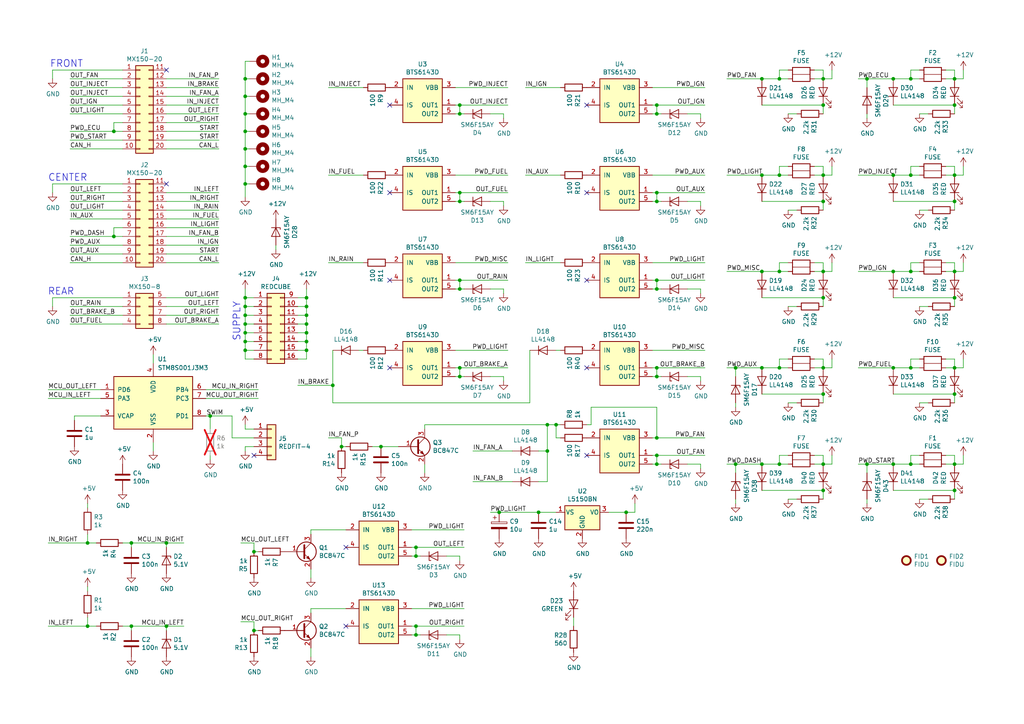
<source format=kicad_sch>
(kicad_sch (version 20230121) (generator eeschema)
  (paper "A4")
  (title_block (title "PowerUnit") (date "2025-01-12") (rev "C") (comment 2 "Apache License 2.0") (comment 3 "https://github.com/JacobNeergaard/powerunit/") (comment 4 "Power distribution unit for race cars"))
  (junction (at 238.76 50.8))
  (junction (at 25.4 181.61))
  (junction (at 133.35 58.42))
  (junction (at 238.76 142.24))
  (junction (at 96.52 111.76))
  (junction (at 88.9 96.52))
  (junction (at 88.9 88.9))
  (junction (at 276.86 50.8))
  (junction (at 73.66 160.02))
  (junction (at 88.9 86.36))
  (junction (at 238.76 86.36))
  (junction (at 276.86 78.74))
  (junction (at 38.1 157.48))
  (junction (at 71.12 88.9))
  (junction (at 226.06 78.74))
  (junction (at 71.12 96.52))
  (junction (at 88.9 93.98))
  (junction (at 226.06 134.62))
  (junction (at 33.02 38.1))
  (junction (at 133.35 30.48))
  (junction (at 264.16 134.62))
  (junction (at 251.46 134.62))
  (junction (at 120.65 181.61))
  (junction (at 190.5 127))
  (junction (at 73.66 182.88))
  (junction (at 190.5 58.42))
  (junction (at 133.35 55.88))
  (junction (at 133.35 106.68))
  (junction (at 110.49 129.54))
  (junction (at 226.06 22.86))
  (junction (at 220.98 106.68))
  (junction (at 226.06 106.68))
  (junction (at 259.08 134.62))
  (junction (at 276.86 22.86))
  (junction (at 259.08 78.74))
  (junction (at 48.26 181.61))
  (junction (at 264.16 50.8))
  (junction (at 161.29 123.19))
  (junction (at 220.98 134.62))
  (junction (at 33.02 68.58))
  (junction (at 158.75 123.19))
  (junction (at 25.4 157.48))
  (junction (at 238.76 78.74))
  (junction (at 71.12 48.26))
  (junction (at 38.1 181.61))
  (junction (at 259.08 22.86))
  (junction (at 120.65 161.29))
  (junction (at 88.9 91.44))
  (junction (at 259.08 106.68))
  (junction (at 259.08 50.8))
  (junction (at 238.76 114.3))
  (junction (at 120.65 184.15))
  (junction (at 264.16 78.74))
  (junction (at 276.86 114.3))
  (junction (at 190.5 33.02))
  (junction (at 71.12 86.36))
  (junction (at 133.35 83.82))
  (junction (at 71.12 22.86))
  (junction (at 60.96 120.65))
  (junction (at 133.35 33.02))
  (junction (at 276.86 58.42))
  (junction (at 71.12 43.18))
  (junction (at 190.5 81.28))
  (junction (at 71.12 38.1))
  (junction (at 156.21 148.59))
  (junction (at 71.12 53.34))
  (junction (at 158.75 130.81))
  (junction (at 238.76 58.42))
  (junction (at 276.86 86.36))
  (junction (at 190.5 109.22))
  (junction (at 226.06 50.8))
  (junction (at 71.12 101.6))
  (junction (at 190.5 30.48))
  (junction (at 264.16 22.86))
  (junction (at 238.76 106.68))
  (junction (at 264.16 106.68))
  (junction (at 213.36 106.68))
  (junction (at 213.36 134.62))
  (junction (at 251.46 22.86))
  (junction (at 190.5 134.62))
  (junction (at 133.35 109.22))
  (junction (at 220.98 78.74))
  (junction (at 276.86 106.68))
  (junction (at 133.35 81.28))
  (junction (at 190.5 55.88))
  (junction (at 238.76 22.86))
  (junction (at 276.86 134.62))
  (junction (at 190.5 106.68))
  (junction (at 144.78 148.59))
  (junction (at 99.06 129.54))
  (junction (at 71.12 99.06))
  (junction (at 48.26 157.48))
  (junction (at 181.61 148.59))
  (junction (at 220.98 22.86))
  (junction (at 71.12 91.44))
  (junction (at 276.86 142.24))
  (junction (at 71.12 93.98))
  (junction (at 71.12 27.94))
  (junction (at 190.5 83.82))
  (junction (at 71.12 33.02))
  (junction (at 88.9 101.6))
  (junction (at 190.5 132.08))
  (junction (at 88.9 99.06))
  (junction (at 238.76 134.62))
  (junction (at 220.98 50.8))
  (junction (at 276.86 30.48))
  (junction (at 120.65 158.75))
  (junction (at 238.76 30.48))
  (no_connect (at 100.33 181.61))
  (no_connect (at 170.18 106.68))
  (no_connect (at 113.03 30.48))
  (no_connect (at 48.26 53.34))
  (no_connect (at 100.33 158.75))
  (no_connect (at 73.66 132.08))
  (no_connect (at 113.03 55.88))
  (no_connect (at 113.03 81.28))
  (no_connect (at 48.26 20.32))
  (no_connect (at 170.18 81.28))
  (no_connect (at 170.18 132.08))
  (no_connect (at 170.18 30.48))
  (no_connect (at 170.18 55.88))
  (no_connect (at 113.03 106.68))
  (wire (pts (xy 189.23 58.42) (xy 190.5 58.42)))
  (wire (pts (xy 72.39 22.86) (xy 71.12 22.86)))
  (wire (pts (xy 199.39 58.42) (xy 203.2 58.42)))
  (wire (pts (xy 142.24 148.59) (xy 144.78 148.59)))
  (wire (pts (xy 132.08 58.42) (xy 133.35 58.42)))
  (wire (pts (xy 120.65 181.61) (xy 134.62 181.61)))
  (wire (pts (xy 170.18 123.19) (xy 171.45 123.19)))
  (wire (pts (xy 71.12 101.6) (xy 71.12 99.06)))
  (wire (pts (xy 238.76 78.74) (xy 241.3 78.74)))
  (wire (pts (xy 86.36 93.98) (xy 88.9 93.98)))
  (wire (pts (xy 226.06 76.2) (xy 226.06 78.74)))
  (wire (pts (xy 269.24 33.02) (xy 266.7 33.02)))
  (wire (pts (xy 20.32 63.5) (xy 35.56 63.5)))
  (wire (pts (xy 132.08 50.8) (xy 147.32 50.8)))
  (wire (pts (xy 71.12 27.94) (xy 71.12 33.02)))
  (wire (pts (xy 129.54 161.29) (xy 133.35 161.29)))
  (wire (pts (xy 276.86 144.78) (xy 276.86 142.24)))
  (wire (pts (xy 88.9 104.14) (xy 88.9 101.6)))
  (wire (pts (xy 73.66 88.9) (xy 71.12 88.9)))
  (wire (pts (xy 259.08 106.68) (xy 248.92 106.68)))
  (wire (pts (xy 274.32 76.2) (xy 276.86 76.2)))
  (wire (pts (xy 71.12 86.36) (xy 71.12 88.9)))
  (wire (pts (xy 199.39 134.62) (xy 203.2 134.62)))
  (wire (pts (xy 171.45 123.19) (xy 171.45 118.11)))
  (wire (pts (xy 48.26 181.61) (xy 53.34 181.61)))
  (wire (pts (xy 276.86 50.8) (xy 279.4 50.8)))
  (wire (pts (xy 132.08 55.88) (xy 133.35 55.88)))
  (wire (pts (xy 88.9 91.44) (xy 88.9 88.9)))
  (wire (pts (xy 189.23 30.48) (xy 190.5 30.48)))
  (wire (pts (xy 190.5 106.68) (xy 204.47 106.68)))
  (wire (pts (xy 15.24 86.36) (xy 35.56 86.36)))
  (wire (pts (xy 134.62 83.82) (xy 133.35 83.82)))
  (wire (pts (xy 226.06 106.68) (xy 228.6 106.68)))
  (wire (pts (xy 25.4 157.48) (xy 27.94 157.48)))
  (wire (pts (xy 48.26 40.64) (xy 63.5 40.64)))
  (wire (pts (xy 38.1 181.61) (xy 38.1 182.88)))
  (wire (pts (xy 238.76 106.68) (xy 238.76 104.14)))
  (wire (pts (xy 15.24 20.32) (xy 15.24 22.86)))
  (wire (pts (xy 72.39 38.1) (xy 71.12 38.1)))
  (wire (pts (xy 71.12 91.44) (xy 71.12 88.9)))
  (wire (pts (xy 20.32 60.96) (xy 35.56 60.96)))
  (wire (pts (xy 274.32 132.08) (xy 276.86 132.08)))
  (wire (pts (xy 251.46 137.16) (xy 251.46 134.62)))
  (wire (pts (xy 238.76 88.9) (xy 238.76 86.36)))
  (wire (pts (xy 213.36 134.62) (xy 210.82 134.62)))
  (wire (pts (xy 48.26 71.12) (xy 63.5 71.12)))
  (wire (pts (xy 220.98 106.68) (xy 213.36 106.68)))
  (wire (pts (xy 25.4 181.61) (xy 27.94 181.61)))
  (wire (pts (xy 162.56 25.4) (xy 152.4 25.4)))
  (wire (pts (xy 264.16 106.68) (xy 266.7 106.68)))
  (wire (pts (xy 269.24 88.9) (xy 266.7 88.9)))
  (wire (pts (xy 48.26 58.42) (xy 63.5 58.42)))
  (wire (pts (xy 238.76 144.78) (xy 238.76 142.24)))
  (wire (pts (xy 199.39 33.02) (xy 203.2 33.02)))
  (wire (pts (xy 264.16 76.2) (xy 264.16 78.74)))
  (wire (pts (xy 90.17 176.53) (xy 100.33 176.53)))
  (wire (pts (xy 236.22 22.86) (xy 238.76 22.86)))
  (wire (pts (xy 191.77 134.62) (xy 190.5 134.62)))
  (wire (pts (xy 144.78 148.59) (xy 156.21 148.59)))
  (wire (pts (xy 86.36 99.06) (xy 88.9 99.06)))
  (wire (pts (xy 276.86 22.86) (xy 279.4 22.86)))
  (wire (pts (xy 88.9 96.52) (xy 86.36 96.52)))
  (wire (pts (xy 276.86 30.48) (xy 259.08 30.48)))
  (wire (pts (xy 133.35 106.68) (xy 133.35 109.22)))
  (wire (pts (xy 60.96 120.65) (xy 67.31 120.65)))
  (wire (pts (xy 71.12 38.1) (xy 71.12 43.18)))
  (wire (pts (xy 266.7 48.26) (xy 264.16 48.26)))
  (wire (pts (xy 132.08 33.02) (xy 133.35 33.02)))
  (wire (pts (xy 146.05 83.82) (xy 146.05 85.09)))
  (wire (pts (xy 238.76 33.02) (xy 238.76 30.48)))
  (wire (pts (xy 274.32 50.8) (xy 276.86 50.8)))
  (wire (pts (xy 133.35 55.88) (xy 133.35 58.42)))
  (wire (pts (xy 86.36 111.76) (xy 96.52 111.76)))
  (wire (pts (xy 226.06 48.26) (xy 226.06 50.8)))
  (wire (pts (xy 123.19 134.62) (xy 123.19 137.16)))
  (wire (pts (xy 162.56 50.8) (xy 152.4 50.8)))
  (wire (pts (xy 279.4 106.68) (xy 279.4 104.14)))
  (wire (pts (xy 71.12 48.26) (xy 71.12 53.34)))
  (wire (pts (xy 264.16 134.62) (xy 266.7 134.62)))
  (wire (pts (xy 238.76 22.86) (xy 241.3 22.86)))
  (wire (pts (xy 146.05 109.22) (xy 146.05 110.49)))
  (wire (pts (xy 266.7 20.32) (xy 264.16 20.32)))
  (wire (pts (xy 156.21 148.59) (xy 161.29 148.59)))
  (wire (pts (xy 190.5 55.88) (xy 204.47 55.88)))
  (wire (pts (xy 15.24 53.34) (xy 35.56 53.34)))
  (wire (pts (xy 48.26 76.2) (xy 63.5 76.2)))
  (wire (pts (xy 236.22 134.62) (xy 238.76 134.62)))
  (wire (pts (xy 48.26 63.5) (xy 63.5 63.5)))
  (wire (pts (xy 276.86 114.3) (xy 259.08 114.3)))
  (wire (pts (xy 226.06 22.86) (xy 228.6 22.86)))
  (wire (pts (xy 220.98 50.8) (xy 226.06 50.8)))
  (wire (pts (xy 73.66 104.14) (xy 71.12 104.14)))
  (wire (pts (xy 73.66 129.54) (xy 71.12 129.54)))
  (wire (pts (xy 238.76 114.3) (xy 220.98 114.3)))
  (wire (pts (xy 158.75 130.81) (xy 158.75 139.7)))
  (wire (pts (xy 35.56 157.48) (xy 38.1 157.48)))
  (wire (pts (xy 20.32 38.1) (xy 33.02 38.1)))
  (wire (pts (xy 264.16 20.32) (xy 264.16 22.86)))
  (wire (pts (xy 119.38 184.15) (xy 120.65 184.15)))
  (wire (pts (xy 123.19 123.19) (xy 158.75 123.19)))
  (wire (pts (xy 241.3 78.74) (xy 241.3 76.2)))
  (wire (pts (xy 238.76 50.8) (xy 238.76 48.26)))
  (wire (pts (xy 276.86 78.74) (xy 276.86 76.2)))
  (wire (pts (xy 238.76 78.74) (xy 238.76 76.2)))
  (wire (pts (xy 132.08 106.68) (xy 133.35 106.68)))
  (wire (pts (xy 251.46 33.02) (xy 251.46 34.29)))
  (wire (pts (xy 238.76 50.8) (xy 241.3 50.8)))
  (wire (pts (xy 276.86 50.8) (xy 276.86 48.26)))
  (wire (pts (xy 236.22 104.14) (xy 238.76 104.14)))
  (wire (pts (xy 226.06 134.62) (xy 228.6 134.62)))
  (wire (pts (xy 72.39 48.26) (xy 71.12 48.26)))
  (wire (pts (xy 71.12 43.18) (xy 71.12 48.26)))
  (wire (pts (xy 276.86 134.62) (xy 276.86 132.08)))
  (wire (pts (xy 80.01 71.12) (xy 80.01 72.39)))
  (wire (pts (xy 238.76 30.48) (xy 220.98 30.48)))
  (wire (pts (xy 86.36 101.6) (xy 88.9 101.6)))
  (wire (pts (xy 276.86 60.96) (xy 276.86 58.42)))
  (wire (pts (xy 20.32 71.12) (xy 35.56 71.12)))
  (wire (pts (xy 190.5 132.08) (xy 190.5 134.62)))
  (wire (pts (xy 190.5 132.08) (xy 204.47 132.08)))
  (wire (pts (xy 25.4 146.05) (xy 25.4 147.32)))
  (wire (pts (xy 189.23 76.2) (xy 204.47 76.2)))
  (wire (pts (xy 133.35 30.48) (xy 147.32 30.48)))
  (wire (pts (xy 189.23 33.02) (xy 190.5 33.02)))
  (wire (pts (xy 189.23 83.82) (xy 190.5 83.82)))
  (wire (pts (xy 73.66 124.46) (xy 71.12 124.46)))
  (wire (pts (xy 189.23 132.08) (xy 190.5 132.08)))
  (wire (pts (xy 189.23 55.88) (xy 190.5 55.88)))
  (wire (pts (xy 95.25 127) (xy 99.06 127)))
  (wire (pts (xy 73.66 160.02) (xy 74.93 160.02)))
  (wire (pts (xy 259.08 50.8) (xy 248.92 50.8)))
  (wire (pts (xy 162.56 76.2) (xy 152.4 76.2)))
  (wire (pts (xy 241.3 50.8) (xy 241.3 48.26)))
  (wire (pts (xy 228.6 48.26) (xy 226.06 48.26)))
  (wire (pts (xy 73.66 180.34) (xy 73.66 182.88)))
  (wire (pts (xy 44.45 102.87) (xy 44.45 105.41)))
  (wire (pts (xy 274.32 104.14) (xy 276.86 104.14)))
  (wire (pts (xy 137.16 139.7) (xy 148.59 139.7)))
  (wire (pts (xy 48.26 157.48) (xy 53.34 157.48)))
  (wire (pts (xy 86.36 88.9) (xy 88.9 88.9)))
  (wire (pts (xy 48.26 38.1) (xy 63.5 38.1)))
  (wire (pts (xy 105.41 76.2) (xy 95.25 76.2)))
  (wire (pts (xy 166.37 179.07) (xy 166.37 181.61)))
  (wire (pts (xy 134.62 33.02) (xy 133.35 33.02)))
  (wire (pts (xy 153.67 101.6) (xy 153.67 116.84)))
  (wire (pts (xy 20.32 68.58) (xy 33.02 68.58)))
  (wire (pts (xy 276.86 33.02) (xy 276.86 30.48)))
  (wire (pts (xy 88.9 101.6) (xy 88.9 99.06)))
  (wire (pts (xy 20.32 30.48) (xy 35.56 30.48)))
  (wire (pts (xy 86.36 104.14) (xy 88.9 104.14)))
  (wire (pts (xy 132.08 30.48) (xy 133.35 30.48)))
  (wire (pts (xy 20.32 33.02) (xy 35.56 33.02)))
  (wire (pts (xy 264.16 48.26) (xy 264.16 50.8)))
  (wire (pts (xy 190.5 127) (xy 204.47 127)))
  (wire (pts (xy 226.06 104.14) (xy 226.06 106.68)))
  (wire (pts (xy 276.86 142.24) (xy 259.08 142.24)))
  (wire (pts (xy 20.32 27.94) (xy 35.56 27.94)))
  (wire (pts (xy 266.7 104.14) (xy 264.16 104.14)))
  (wire (pts (xy 35.56 35.56) (xy 33.02 35.56)))
  (wire (pts (xy 20.32 40.64) (xy 35.56 40.64)))
  (wire (pts (xy 71.12 33.02) (xy 71.12 38.1)))
  (wire (pts (xy 99.06 127) (xy 99.06 129.54)))
  (wire (pts (xy 48.26 181.61) (xy 48.26 182.88)))
  (wire (pts (xy 69.85 157.48) (xy 73.66 157.48)))
  (wire (pts (xy 73.66 182.88) (xy 74.93 182.88)))
  (wire (pts (xy 266.7 76.2) (xy 264.16 76.2)))
  (wire (pts (xy 264.16 78.74) (xy 266.7 78.74)))
  (wire (pts (xy 33.02 68.58) (xy 35.56 68.58)))
  (wire (pts (xy 213.36 116.84) (xy 213.36 118.11)))
  (wire (pts (xy 48.26 73.66) (xy 63.5 73.66)))
  (wire (pts (xy 269.24 144.78) (xy 266.7 144.78)))
  (wire (pts (xy 96.52 101.6) (xy 96.52 111.76)))
  (wire (pts (xy 199.39 109.22) (xy 203.2 109.22)))
  (wire (pts (xy 146.05 58.42) (xy 146.05 59.69)))
  (wire (pts (xy 220.98 134.62) (xy 213.36 134.62)))
  (wire (pts (xy 132.08 76.2) (xy 147.32 76.2)))
  (wire (pts (xy 226.06 78.74) (xy 228.6 78.74)))
  (wire (pts (xy 48.26 66.04) (xy 63.5 66.04)))
  (wire (pts (xy 72.39 27.94) (xy 71.12 27.94)))
  (wire (pts (xy 190.5 118.11) (xy 190.5 127)))
  (wire (pts (xy 133.35 81.28) (xy 133.35 83.82)))
  (wire (pts (xy 231.14 33.02) (xy 228.6 33.02)))
  (wire (pts (xy 99.06 129.54) (xy 100.33 129.54)))
  (wire (pts (xy 133.35 55.88) (xy 147.32 55.88)))
  (wire (pts (xy 35.56 66.04) (xy 33.02 66.04)))
  (wire (pts (xy 189.23 50.8) (xy 204.47 50.8)))
  (wire (pts (xy 274.32 20.32) (xy 276.86 20.32)))
  (wire (pts (xy 25.4 181.61) (xy 13.97 181.61)))
  (wire (pts (xy 134.62 109.22) (xy 133.35 109.22)))
  (wire (pts (xy 71.12 99.06) (xy 71.12 96.52)))
  (wire (pts (xy 236.22 76.2) (xy 238.76 76.2)))
  (wire (pts (xy 90.17 165.1) (xy 90.17 167.64)))
  (wire (pts (xy 48.26 25.4) (xy 63.5 25.4)))
  (wire (pts (xy 228.6 20.32) (xy 226.06 20.32)))
  (wire (pts (xy 191.77 58.42) (xy 190.5 58.42)))
  (wire (pts (xy 251.46 144.78) (xy 251.46 146.05)))
  (wire (pts (xy 38.1 181.61) (xy 48.26 181.61)))
  (wire (pts (xy 132.08 101.6) (xy 147.32 101.6)))
  (wire (pts (xy 213.36 144.78) (xy 213.36 146.05)))
  (wire (pts (xy 241.3 22.86) (xy 241.3 20.32)))
  (wire (pts (xy 189.23 134.62) (xy 190.5 134.62)))
  (wire (pts (xy 73.66 99.06) (xy 71.12 99.06)))
  (wire (pts (xy 236.22 48.26) (xy 238.76 48.26)))
  (wire (pts (xy 161.29 127) (xy 162.56 127)))
  (wire (pts (xy 119.38 181.61) (xy 120.65 181.61)))
  (wire (pts (xy 274.32 48.26) (xy 276.86 48.26)))
  (wire (pts (xy 88.9 99.06) (xy 88.9 96.52)))
  (wire (pts (xy 274.32 106.68) (xy 276.86 106.68)))
  (wire (pts (xy 146.05 33.02) (xy 146.05 34.29)))
  (wire (pts (xy 231.14 116.84) (xy 228.6 116.84)))
  (wire (pts (xy 20.32 73.66) (xy 35.56 73.66)))
  (wire (pts (xy 96.52 116.84) (xy 153.67 116.84)))
  (wire (pts (xy 189.23 127) (xy 190.5 127)))
  (wire (pts (xy 228.6 76.2) (xy 226.06 76.2)))
  (wire (pts (xy 48.26 60.96) (xy 63.5 60.96)))
  (wire (pts (xy 25.4 154.94) (xy 25.4 157.48)))
  (wire (pts (xy 228.6 132.08) (xy 226.06 132.08)))
  (wire (pts (xy 238.76 58.42) (xy 220.98 58.42)))
  (wire (pts (xy 88.9 86.36) (xy 88.9 88.9)))
  (wire (pts (xy 220.98 134.62) (xy 226.06 134.62)))
  (wire (pts (xy 88.9 93.98) (xy 88.9 96.52)))
  (wire (pts (xy 259.08 22.86) (xy 251.46 22.86)))
  (wire (pts (xy 142.24 58.42) (xy 146.05 58.42)))
  (wire (pts (xy 71.12 17.78) (xy 71.12 22.86)))
  (wire (pts (xy 48.26 68.58) (xy 63.5 68.58)))
  (wire (pts (xy 259.08 78.74) (xy 248.92 78.74)))
  (wire (pts (xy 274.32 134.62) (xy 276.86 134.62)))
  (wire (pts (xy 90.17 176.53) (xy 90.17 177.8)))
  (wire (pts (xy 133.35 184.15) (xy 133.35 185.42)))
  (wire (pts (xy 238.76 134.62) (xy 238.76 132.08)))
  (wire (pts (xy 67.31 127) (xy 73.66 127)))
  (wire (pts (xy 119.38 161.29) (xy 120.65 161.29)))
  (wire (pts (xy 276.86 88.9) (xy 276.86 86.36)))
  (wire (pts (xy 133.35 106.68) (xy 147.32 106.68)))
  (wire (pts (xy 238.76 60.96) (xy 238.76 58.42)))
  (wire (pts (xy 20.32 43.18) (xy 35.56 43.18)))
  (wire (pts (xy 241.3 134.62) (xy 241.3 132.08)))
  (wire (pts (xy 20.32 25.4) (xy 35.56 25.4)))
  (wire (pts (xy 48.26 22.86) (xy 63.5 22.86)))
  (wire (pts (xy 20.32 91.44) (xy 35.56 91.44)))
  (wire (pts (xy 48.26 30.48) (xy 63.5 30.48)))
  (wire (pts (xy 279.4 50.8) (xy 279.4 48.26)))
  (wire (pts (xy 279.4 134.62) (xy 279.4 132.08)))
  (wire (pts (xy 238.76 116.84) (xy 238.76 114.3)))
  (wire (pts (xy 203.2 83.82) (xy 203.2 85.09)))
  (wire (pts (xy 264.16 22.86) (xy 266.7 22.86)))
  (wire (pts (xy 276.86 106.68) (xy 276.86 104.14)))
  (wire (pts (xy 190.5 81.28) (xy 204.47 81.28)))
  (wire (pts (xy 266.7 132.08) (xy 264.16 132.08)))
  (wire (pts (xy 279.4 22.86) (xy 279.4 20.32)))
  (wire (pts (xy 203.2 33.02) (xy 203.2 34.29)))
  (wire (pts (xy 132.08 83.82) (xy 133.35 83.82)))
  (wire (pts (xy 119.38 153.67) (xy 134.62 153.67)))
  (wire (pts (xy 236.22 20.32) (xy 238.76 20.32)))
  (wire (pts (xy 48.26 91.44) (xy 63.5 91.44)))
  (wire (pts (xy 226.06 50.8) (xy 228.6 50.8)))
  (wire (pts (xy 259.08 106.68) (xy 264.16 106.68)))
  (wire (pts (xy 226.06 132.08) (xy 226.06 134.62)))
  (wire (pts (xy 213.36 106.68) (xy 213.36 109.22)))
  (wire (pts (xy 59.69 120.65) (xy 60.96 120.65)))
  (wire (pts (xy 189.23 81.28) (xy 190.5 81.28)))
  (wire (pts (xy 132.08 109.22) (xy 133.35 109.22)))
  (wire (pts (xy 210.82 22.86) (xy 220.98 22.86)))
  (wire (pts (xy 238.76 134.62) (xy 241.3 134.62)))
  (wire (pts (xy 71.12 22.86) (xy 71.12 27.94)))
  (wire (pts (xy 88.9 93.98) (xy 88.9 91.44)))
  (wire (pts (xy 238.76 22.86) (xy 238.76 20.32)))
  (wire (pts (xy 231.14 144.78) (xy 228.6 144.78)))
  (wire (pts (xy 189.23 109.22) (xy 190.5 109.22)))
  (wire (pts (xy 236.22 132.08) (xy 238.76 132.08)))
  (wire (pts (xy 67.31 120.65) (xy 67.31 127)))
  (wire (pts (xy 48.26 27.94) (xy 63.5 27.94)))
  (wire (pts (xy 236.22 106.68) (xy 238.76 106.68)))
  (wire (pts (xy 120.65 158.75) (xy 134.62 158.75)))
  (wire (pts (xy 71.12 93.98) (xy 71.12 96.52)))
  (wire (pts (xy 73.66 86.36) (xy 71.12 86.36)))
  (wire (pts (xy 279.4 78.74) (xy 279.4 76.2)))
  (wire (pts (xy 121.92 161.29) (xy 120.65 161.29)))
  (wire (pts (xy 259.08 22.86) (xy 264.16 22.86)))
  (wire (pts (xy 35.56 181.61) (xy 38.1 181.61)))
  (wire (pts (xy 161.29 101.6) (xy 162.56 101.6)))
  (wire (pts (xy 269.24 116.84) (xy 266.7 116.84)))
  (wire (pts (xy 48.26 93.98) (xy 63.5 93.98)))
  (wire (pts (xy 15.24 20.32) (xy 35.56 20.32)))
  (wire (pts (xy 190.5 81.28) (xy 190.5 83.82)))
  (wire (pts (xy 156.21 130.81) (xy 158.75 130.81)))
  (wire (pts (xy 191.77 83.82) (xy 190.5 83.82)))
  (wire (pts (xy 59.69 115.57) (xy 74.93 115.57)))
  (wire (pts (xy 238.76 106.68) (xy 241.3 106.68)))
  (wire (pts (xy 274.32 22.86) (xy 276.86 22.86)))
  (wire (pts (xy 220.98 78.74) (xy 226.06 78.74)))
  (wire (pts (xy 120.65 158.75) (xy 120.65 161.29)))
  (wire (pts (xy 259.08 50.8) (xy 264.16 50.8)))
  (wire (pts (xy 48.26 35.56) (xy 63.5 35.56)))
  (wire (pts (xy 210.82 78.74) (xy 220.98 78.74)))
  (wire (pts (xy 72.39 33.02) (xy 71.12 33.02)))
  (wire (pts (xy 72.39 17.78) (xy 71.12 17.78)))
  (wire (pts (xy 33.02 66.04) (xy 33.02 68.58)))
  (wire (pts (xy 105.41 25.4) (xy 95.25 25.4)))
  (wire (pts (xy 259.08 78.74) (xy 264.16 78.74)))
  (wire (pts (xy 142.24 83.82) (xy 146.05 83.82)))
  (wire (pts (xy 161.29 123.19) (xy 162.56 123.19)))
  (wire (pts (xy 238.76 86.36) (xy 220.98 86.36)))
  (wire (pts (xy 203.2 109.22) (xy 203.2 110.49)))
  (wire (pts (xy 13.97 115.57) (xy 29.21 115.57)))
  (wire (pts (xy 132.08 81.28) (xy 133.35 81.28)))
  (wire (pts (xy 189.23 101.6) (xy 204.47 101.6)))
  (wire (pts (xy 251.46 22.86) (xy 248.92 22.86)))
  (wire (pts (xy 25.4 179.07) (xy 25.4 181.61)))
  (wire (pts (xy 190.5 55.88) (xy 190.5 58.42)))
  (wire (pts (xy 191.77 109.22) (xy 190.5 109.22)))
  (wire (pts (xy 171.45 118.11) (xy 190.5 118.11)))
  (wire (pts (xy 20.32 58.42) (xy 35.56 58.42)))
  (wire (pts (xy 238.76 142.24) (xy 220.98 142.24)))
  (wire (pts (xy 90.17 187.96) (xy 90.17 190.5)))
  (wire (pts (xy 228.6 104.14) (xy 226.06 104.14)))
  (wire (pts (xy 105.41 50.8) (xy 95.25 50.8)))
  (wire (pts (xy 203.2 58.42) (xy 203.2 59.69)))
  (wire (pts (xy 44.45 128.27) (xy 44.45 130.81)))
  (wire (pts (xy 276.86 134.62) (xy 279.4 134.62)))
  (wire (pts (xy 264.16 50.8) (xy 266.7 50.8)))
  (wire (pts (xy 251.46 134.62) (xy 248.92 134.62)))
  (wire (pts (xy 33.02 38.1) (xy 35.56 38.1)))
  (wire (pts (xy 231.14 60.96) (xy 228.6 60.96)))
  (wire (pts (xy 25.4 157.48) (xy 13.97 157.48)))
  (wire (pts (xy 190.5 106.68) (xy 190.5 109.22)))
  (wire (pts (xy 190.5 30.48) (xy 204.47 30.48)))
  (wire (pts (xy 184.15 148.59) (xy 184.15 146.05)))
  (wire (pts (xy 90.17 153.67) (xy 90.17 154.94)))
  (wire (pts (xy 15.24 53.34) (xy 15.24 55.88)))
  (wire (pts (xy 220.98 22.86) (xy 226.06 22.86)))
  (wire (pts (xy 236.22 50.8) (xy 238.76 50.8)))
  (wire (pts (xy 274.32 78.74) (xy 276.86 78.74)))
  (wire (pts (xy 276.86 86.36) (xy 259.08 86.36)))
  (wire (pts (xy 71.12 129.54) (xy 71.12 130.81)))
  (wire (pts (xy 48.26 157.48) (xy 48.26 158.75)))
  (wire (pts (xy 158.75 123.19) (xy 158.75 130.81)))
  (wire (pts (xy 72.39 43.18) (xy 71.12 43.18)))
  (wire (pts (xy 276.86 116.84) (xy 276.86 114.3)))
  (wire (pts (xy 104.14 101.6) (xy 105.41 101.6)))
  (wire (pts (xy 86.36 91.44) (xy 88.9 91.44)))
  (wire (pts (xy 88.9 83.82) (xy 88.9 86.36)))
  (wire (pts (xy 251.46 25.4) (xy 251.46 22.86)))
  (wire (pts (xy 231.14 88.9) (xy 228.6 88.9)))
  (wire (pts (xy 259.08 134.62) (xy 251.46 134.62)))
  (wire (pts (xy 69.85 180.34) (xy 73.66 180.34)))
  (wire (pts (xy 191.77 33.02) (xy 190.5 33.02)))
  (wire (pts (xy 132.08 25.4) (xy 147.32 25.4)))
  (wire (pts (xy 71.12 96.52) (xy 73.66 96.52)))
  (wire (pts (xy 20.32 55.88) (xy 35.56 55.88)))
  (wire (pts (xy 115.57 129.54) (xy 110.49 129.54)))
  (wire (pts (xy 25.4 170.18) (xy 25.4 171.45)))
  (wire (pts (xy 176.53 148.59) (xy 181.61 148.59)))
  (wire (pts (xy 203.2 134.62) (xy 203.2 135.89)))
  (wire (pts (xy 21.59 120.65) (xy 29.21 120.65)))
  (wire (pts (xy 119.38 158.75) (xy 120.65 158.75)))
  (wire (pts (xy 59.69 113.03) (xy 74.93 113.03)))
  (wire (pts (xy 71.12 104.14) (xy 71.12 101.6)))
  (wire (pts (xy 73.66 91.44) (xy 71.12 91.44)))
  (wire (pts (xy 213.36 106.68) (xy 210.82 106.68)))
  (wire (pts (xy 156.21 139.7) (xy 158.75 139.7)))
  (wire (pts (xy 220.98 106.68) (xy 226.06 106.68)))
  (wire (pts (xy 161.29 123.19) (xy 161.29 127)))
  (wire (pts (xy 90.17 153.67) (xy 100.33 153.67)))
  (wire (pts (xy 264.16 132.08) (xy 264.16 134.62)))
  (wire (pts (xy 181.61 148.59) (xy 184.15 148.59)))
  (wire (pts (xy 60.96 120.65) (xy 60.96 124.46)))
  (wire (pts (xy 71.12 123.19) (xy 71.12 124.46)))
  (wire (pts (xy 71.12 53.34) (xy 71.12 57.15)))
  (wire (pts (xy 276.86 58.42) (xy 259.08 58.42)))
  (wire (pts (xy 71.12 93.98) (xy 71.12 91.44)))
  (wire (pts (xy 33.02 35.56) (xy 33.02 38.1)))
  (wire (pts (xy 48.26 86.36) (xy 63.5 86.36)))
  (wire (pts (xy 190.5 30.48) (xy 190.5 33.02)))
  (wire (pts (xy 48.26 43.18) (xy 63.5 43.18)))
  (wire (pts (xy 241.3 106.68) (xy 241.3 104.14)))
  (wire (pts (xy 86.36 86.36) (xy 88.9 86.36)))
  (wire (pts (xy 73.66 157.48) (xy 73.66 160.02)))
  (wire (pts (xy 158.75 123.19) (xy 161.29 123.19)))
  (wire (pts (xy 20.32 88.9) (xy 35.56 88.9)))
  (wire (pts (xy 276.86 22.86) (xy 276.86 20.32)))
  (wire (pts (xy 220.98 50.8) (xy 210.82 50.8)))
  (wire (pts (xy 133.35 161.29) (xy 133.35 162.56)))
  (wire (pts (xy 199.39 83.82) (xy 203.2 83.82)))
  (wire (pts (xy 264.16 104.14) (xy 264.16 106.68)))
  (wire (pts (xy 213.36 134.62) (xy 213.36 137.16)))
  (wire (pts (xy 48.26 88.9) (xy 63.5 88.9)))
  (wire (pts (xy 48.26 55.88) (xy 63.5 55.88)))
  (wire (pts (xy 236.22 78.74) (xy 238.76 78.74)))
  (wire (pts (xy 189.23 25.4) (xy 204.47 25.4)))
  (wire (pts (xy 110.49 129.54) (xy 107.95 129.54)))
  (wire (pts (xy 38.1 157.48) (xy 48.26 157.48)))
  (wire (pts (xy 276.86 106.68) (xy 279.4 106.68)))
  (wire (pts (xy 48.26 33.02) (xy 63.5 33.02)))
  (wire (pts (xy 20.32 22.86) (xy 35.56 22.86)))
  (wire (pts (xy 133.35 81.28) (xy 147.32 81.28)))
  (wire (pts (xy 142.24 109.22) (xy 146.05 109.22)))
  (wire (pts (xy 60.96 132.08) (xy 60.96 133.35)))
  (wire (pts (xy 134.62 58.42) (xy 133.35 58.42)))
  (wire (pts (xy 20.32 93.98) (xy 35.56 93.98)))
  (wire (pts (xy 119.38 176.53) (xy 134.62 176.53)))
  (wire (pts (xy 189.23 106.68) (xy 190.5 106.68)))
  (wire (pts (xy 121.92 184.15) (xy 120.65 184.15)))
  (wire (pts (xy 129.54 184.15) (xy 133.35 184.15)))
  (wire (pts (xy 96.52 111.76) (xy 96.52 116.84)))
  (wire (pts (xy 71.12 83.82) (xy 71.12 86.36)))
  (wire (pts (xy 21.59 120.65) (xy 21.59 121.92)))
  (wire (pts (xy 123.19 123.19) (xy 123.19 124.46)))
  (wire (pts (xy 137.16 130.81) (xy 148.59 130.81)))
  (wire (pts (xy 13.97 113.03) (xy 29.21 113.03)))
  (wire (pts (xy 15.24 86.36) (xy 15.24 88.9)))
  (wire (pts (xy 259.08 134.62) (xy 264.16 134.62)))
  (wire (pts (xy 276.86 78.74) (xy 279.4 78.74)))
  (wire (pts (xy 269.24 60.96) (xy 266.7 60.96)))
  (wire (pts (xy 73.66 101.6) (xy 71.12 101.6)))
  (wire (pts (xy 72.39 53.34) (xy 71.12 53.34)))
  (wire (pts (xy 120.65 181.61) (xy 120.65 184.15)))
  (wire (pts (xy 226.06 20.32) (xy 226.06 22.86)))
  (wire (pts (xy 20.32 76.2) (xy 35.56 76.2)))
  (wire (pts (xy 133.35 30.48) (xy 133.35 33.02)))
  (wire (pts (xy 38.1 157.48) (xy 38.1 158.75)))
  (wire (pts (xy 142.24 33.02) (xy 146.05 33.02)))
  (wire (pts (xy 73.66 93.98) (xy 71.12 93.98)))
  (text "SUPPLY" (at 69.85 99.06 90) (effects (font (size 2.0066 2.0066)) (justify left bottom)))
  (text "REAR" (at 21.59 85.8266 0) (effects (font (size 2.0066 2.0066)) (justify right bottom)))
  (text "FRONT" (at 24.13 19.7866 0) (effects (font (size 2.0066 2.0066)) (justify right bottom)))
  (text "CENTER" (at 25.4 52.8066 0) (effects (font (size 2.0066 2.0066)) (justify right bottom)))
  (label "IN_INJECT" (at 63.5 30.48 180))
  (label "OUT_AUX" (at 204.47 55.88 180))
  (label "PWD_INJECT" (at 147.32 25.4 180))
  (label "IN_IGN" (at 63.5 71.12 180))
  (label "OUT_LIGHT" (at 63.5 86.36 180))
  (label "OUT_FAN" (at 20.32 22.86 0))
  (label "PWD_FAN" (at 210.82 22.86 0))
  (label "IN_FAN_P" (at 63.5 22.86 180))
  (label "OUT_BRAKE_A" (at 63.5 93.98 180))
  (label "IN_AUX" (at 152.4 50.8 0))
  (label "IN_INJECT" (at 95.25 25.4 0))
  (label "OUT_INJECT" (at 20.32 25.4 0))
  (label "OUT_IGN" (at 204.47 30.48 180))
  (label "PWD_MISC" (at 147.32 76.2 180))
  (label "PWD_MISC" (at 204.47 101.6 180))
  (label "OUT_INJECT" (at 147.32 30.48 180))
  (label "PWD_LIGHT" (at 210.82 50.8 0))
  (label "MCU_IN_RIGHT" (at 74.93 113.03 180))
  (label "PWD_ECU" (at 248.92 22.86 0))
  (label "IN_RAIN" (at 95.25 76.2 0))
  (label "MCU_OUT_LEFT" (at 69.85 157.48 0))
  (label "OUT_LEFT" (at 63.5 33.02 180))
  (label "IN_FAN_B" (at 63.5 68.58 180))
  (label "PWD_AUX" (at 204.47 50.8 180))
  (label "PWD_START" (at 248.92 134.62 0))
  (label "PWD_IGN" (at 204.47 25.4 180))
  (label "OUT_BRAKE_A" (at 147.32 106.68 180))
  (label "OUT_AUX" (at 20.32 73.66 0))
  (label "IN_IGN" (at 152.4 25.4 0))
  (label "OUT_FAN" (at 204.47 132.08 180))
  (label "CAN_L" (at 63.5 76.2 180))
  (label "PWD_DASH" (at 210.82 134.62 0))
  (label "MCU_OUT_RIGHT" (at 69.85 180.34 0))
  (label "OUT_LIGHT" (at 204.47 81.28 180))
  (label "OUT_RIGHT" (at 63.5 35.56 180))
  (label "IN_FAN_A" (at 63.5 27.94 180))
  (label "START" (at 63.5 38.1 180))
  (label "IN_RIGHT" (at 13.97 157.48 0))
  (label "PWD_LIGHT" (at 142.24 148.59 0))
  (label "PWD_IGN" (at 248.92 78.74 0))
  (label "OUT_RAIN" (at 147.32 81.28 180))
  (label "IN_LIGHT" (at 63.5 66.04 180))
  (label "IN_FAN_A" (at 137.16 130.81 0))
  (label "IN_BRAKE" (at 63.5 25.4 180))
  (label "OUT_RAIN" (at 20.32 88.9 0))
  (label "IN_FUEL" (at 95.25 50.8 0))
  (label "IN_LIGHT" (at 152.4 76.2 0))
  (label "OUT_RIGHT" (at 134.62 181.61 180))
  (label "IN_FAN_B" (at 137.16 139.7 0))
  (label "MCU_IN_LEFT" (at 13.97 115.57 0))
  (label "OUT_LIGHT" (at 20.32 33.02 0))
  (label "PWD_DASH" (at 20.32 68.58 0))
  (label "PWD_MISC" (at 210.82 78.74 0))
  (label "IN_RAIN" (at 63.5 60.96 180))
  (label "START" (at 63.5 40.64 180))
  (label "CAN_H" (at 20.32 76.2 0))
  (label "PWD_FAN" (at 204.47 127 180))
  (label "PWD_FUEL" (at 248.92 106.68 0))
  (label "PWD_START" (at 20.32 40.64 0))
  (label "OUT_BRAKE_B" (at 20.32 91.44 0))
  (label "PWD_LIGHT" (at 147.32 101.6 180))
  (label "OUT_FUEL" (at 20.32 93.98 0))
  (label "PWD_AUX" (at 210.82 106.68 0))
  (label "SWIM" (at 64.77 120.65 180))
  (label "OUT_IGN" (at 20.32 30.48 0))
  (label "PWD_ECU" (at 20.32 38.1 0))
  (label "IN_LEFT" (at 13.97 181.61 0))
  (label "OUT_BRAKE_B" (at 204.47 106.68 180))
  (label "MCU_OUT_RIGHT" (at 74.93 115.57 180))
  (label "IN_FAN_P" (at 95.25 127 0))
  (label "OUT_INJECT" (at 20.32 27.94 0))
  (label "CAN_H" (at 20.32 43.18 0))
  (label "PWD_LIGHT" (at 204.47 76.2 180))
  (label "OUT_LEFT" (at 63.5 88.9 180))
  (label "OUT_LEFT" (at 134.62 158.75 180))
  (label "OUT_LIGHT" (at 20.32 60.96 0))
  (label "PWD_LIGHT" (at 134.62 176.53 180))
  (label "MCU_IN_LEFT" (at 53.34 181.61 180))
  (label "PWD_LIGHT" (at 134.62 153.67 180))
  (label "CAN_L" (at 63.5 43.18 180))
  (label "PWD_INJECT" (at 248.92 50.8 0))
  (label "OUT_RIGHT" (at 20.32 58.42 0))
  (label "START" (at 63.5 73.66 180))
  (label "IN_BRAKE" (at 86.36 111.76 0))
  (label "OUT_RIGHT" (at 63.5 91.44 180))
  (label "IN_RIGHT" (at 63.5 58.42 180))
  (label "PWD_FUEL" (at 147.32 50.8 180))
  (label "MCU_OUT_LEFT" (at 13.97 113.03 0))
  (label "OUT_LEFT" (at 20.32 55.88 0))
  (label "MCU_IN_RIGHT" (at 53.34 157.48 180))
  (label "IN_FUEL" (at 63.5 63.5 180))
  (label "OUT_FUEL" (at 147.32 55.88 180))
  (label "IN_AUX" (at 20.32 63.5 0))
  (label "IN_LEFT" (at 63.5 55.88 180))
  (label "PWD_AUX" (at 20.32 71.12 0))
  (symbol (lib_id "power:+12V") (at 88.9 83.82 0) (unit 1)
    (property "Reference" "#PWR063" (effects hide))
    (property "Value" "+12V" (at 89.281 79.4258 0))
  )
  (symbol (lib_id "erp:Conn_02x10_Top_Bottom") (at 40.64 30.48 0) (unit 1)
    (property "Reference" "J1" (at 41.91 14.8082 0))
    (property "Value" "MX150-20" (at 41.91 17.1196 0))
    (property "Footprint" "erp:Molex_MX150_2x10_Header" (effects hide))
    (property "ItemNo" "501000" (effects hide))
  )
  (symbol (lib_id "erp:Conn_02x10_Top_Bottom") (at 40.64 63.5 0) (unit 1)
    (property "Reference" "J2" (at 41.91 47.8282 0))
    (property "Value" "MX150-20" (at 41.91 50.1396 0))
    (property "Footprint" "erp:Molex_MX150_2x10_Header" (effects hide))
    (property "ItemNo" "501000" (effects hide))
  )
  (symbol (lib_id "power:GND") (at 15.24 22.86 0) (unit 1)
    (property "Reference" "#PWR010" (effects hide))
    (property "Value" "GND" (at 15.367 27.2542 0))
  )
  (symbol (lib_id "power:GND") (at 228.6 60.96 0) (unit 1)
    (property "Reference" "#PWR048" (effects hide))
    (property "Value" "GND" (at 228.727 65.3542 0))
  )
  (symbol (lib_id "erp:D_Zener") (at 48.26 186.69 270) (unit 1)
    (property "Reference" "D1" (at 50.2666 185.5216 90) (effects (justify left)))
    (property "Value" "5.1V" (at 50.2666 187.833 90) (effects (justify left)))
    (property "Footprint" "erp:D_MiniMELF" (effects hide))
    (property "ItemNo" "260002" (effects hide))
  )
  (symbol (lib_id "power:GND") (at 48.26 190.5 0) (unit 1)
    (property "Reference" "#PWR06" (effects hide))
    (property "Value" "GND" (at 48.387 194.8942 0))
  )
  (symbol (lib_id "erp:Fuse_T2") (at 232.41 48.26 270) (unit 1)
    (property "Reference" "F8" (at 232.41 43.2562 90))
    (property "Value" "FUSE" (at 232.41 45.5676 90))
    (property "Footprint" "erp:Keystone_FuseHolder" (effects hide))
    (property "ItemNo" "401000" (effects hide))
  )
  (symbol (lib_id "erp:D") (at 220.98 54.61 90) (unit 1)
    (property "Reference" "D22" (at 222.9866 53.4416 90) (effects (justify right)))
    (property "Value" "LL4148" (at 222.9866 55.753 90) (effects (justify right)))
    (property "Footprint" "erp:D_MiniMELF" (effects hide))
    (property "ItemNo" "260000" (effects hide))
  )
  (symbol (lib_id "erp:LED") (at 238.76 54.61 90) (unit 1)
    (property "Reference" "D27" (at 233.2736 54.7878 0))
    (property "Value" "RED" (at 235.585 54.7878 0))
    (property "Footprint" "erp:LED_0805_2012Metric" (effects hide))
    (property "ItemNo" "400000" (effects hide))
  )
  (symbol (lib_id "erp:R") (at 234.95 60.96 270) (unit 1)
    (property "Reference" "R32" (at 236.1184 62.738 0) (effects (justify left)))
    (property "Value" "2.2k" (at 233.807 62.738 0) (effects (justify left)))
    (property "Footprint" "erp:R_0805_2012Metric" (effects hide))
    (property "ItemNo" "200766" (effects hide))
  )
  (symbol (lib_id "power:+12V") (at 71.12 83.82 0) (unit 1)
    (property "Reference" "#PWR058" (effects hide))
    (property "Value" "+12V" (at 71.501 79.4258 0))
  )
  (symbol (lib_id "power:+12V") (at 241.3 48.26 0) (unit 1)
    (property "Reference" "#PWR054" (effects hide))
    (property "Value" "+12V" (at 241.681 43.8658 0))
  )
  (symbol (lib_id "power:GND") (at 15.24 55.88 0) (unit 1)
    (property "Reference" "#PWR011" (effects hide))
    (property "Value" "GND" (at 15.367 60.2742 0))
  )
  (symbol (lib_id "power:GND") (at 266.7 33.02 0) (unit 1)
    (property "Reference" "#PWR059" (effects hide))
    (property "Value" "GND" (at 266.827 37.4142 0))
  )
  (symbol (lib_id "erp:Fuse_T2") (at 270.51 20.32 270) (unit 1)
    (property "Reference" "F2" (at 270.51 15.3162 90))
    (property "Value" "FUSE" (at 270.51 17.6276 90))
    (property "Footprint" "erp:Keystone_FuseHolder" (effects hide))
    (property "ItemNo" "401000" (effects hide))
  )
  (symbol (lib_id "erp:D") (at 259.08 26.67 90) (unit 1)
    (property "Reference" "D30" (at 261.0866 25.5016 90) (effects (justify right)))
    (property "Value" "LL4148" (at 261.0866 27.813 90) (effects (justify right)))
    (property "Footprint" "erp:D_MiniMELF" (effects hide))
    (property "ItemNo" "260000" (effects hide))
  )
  (symbol (lib_id "erp:LED") (at 276.86 26.67 90) (unit 1)
    (property "Reference" "D34" (at 271.3736 26.8478 0))
    (property "Value" "RED" (at 273.685 26.8478 0))
    (property "Footprint" "erp:LED_0805_2012Metric" (effects hide))
    (property "ItemNo" "400000" (effects hide))
  )
  (symbol (lib_id "erp:R") (at 273.05 33.02 270) (unit 1)
    (property "Reference" "R33" (at 274.2184 34.798 0) (effects (justify left)))
    (property "Value" "2.2k" (at 271.907 34.798 0) (effects (justify left)))
    (property "Footprint" "erp:R_0805_2012Metric" (effects hide))
    (property "ItemNo" "200766" (effects hide))
  )
  (symbol (lib_id "power:+12V") (at 279.4 20.32 0) (unit 1)
    (property "Reference" "#PWR064" (effects hide))
    (property "Value" "+12V" (at 279.781 15.9258 0))
  )
  (symbol (lib_id "power:GND") (at 266.7 60.96 0) (unit 1)
    (property "Reference" "#PWR060" (effects hide))
    (property "Value" "GND" (at 266.827 65.3542 0))
  )
  (symbol (lib_id "erp:Fuse_T2") (at 270.51 48.26 270) (unit 1)
    (property "Reference" "F4" (at 270.51 43.2562 90))
    (property "Value" "FUSE" (at 270.51 45.5676 90))
    (property "Footprint" "erp:Keystone_FuseHolder" (effects hide))
    (property "ItemNo" "401000" (effects hide))
  )
  (symbol (lib_id "erp:D") (at 259.08 54.61 90) (unit 1)
    (property "Reference" "D31" (at 261.0866 53.4416 90) (effects (justify right)))
    (property "Value" "LL4148" (at 261.0866 55.753 90) (effects (justify right)))
    (property "Footprint" "erp:D_MiniMELF" (effects hide))
    (property "ItemNo" "260000" (effects hide))
  )
  (symbol (lib_id "erp:LED") (at 276.86 54.61 90) (unit 1)
    (property "Reference" "D35" (at 271.3736 54.7878 0))
    (property "Value" "RED" (at 273.685 54.7878 0))
    (property "Footprint" "erp:LED_0805_2012Metric" (effects hide))
    (property "ItemNo" "400000" (effects hide))
  )
  (symbol (lib_id "erp:R") (at 273.05 60.96 270) (unit 1)
    (property "Reference" "R34" (at 274.2184 62.738 0) (effects (justify left)))
    (property "Value" "2.2k" (at 271.907 62.738 0) (effects (justify left)))
    (property "Footprint" "erp:R_0805_2012Metric" (effects hide))
    (property "ItemNo" "200766" (effects hide))
  )
  (symbol (lib_id "power:+12V") (at 279.4 48.26 0) (unit 1)
    (property "Reference" "#PWR065" (effects hide))
    (property "Value" "+12V" (at 279.781 43.8658 0))
  )
  (symbol (lib_id "power:GND") (at 38.1 166.37 0) (unit 1)
    (property "Reference" "#PWR05" (effects hide))
    (property "Value" "GND" (at 38.227 170.7642 0))
  )
  (symbol (lib_id "erp:R") (at 25.4 151.13 0) (unit 1)
    (property "Reference" "R3" (at 27.178 149.9616 0) (effects (justify left)))
    (property "Value" "1k" (at 27.178 152.273 0) (effects (justify left)))
    (property "Footprint" "erp:R_0805_2012Metric" (effects hide))
    (property "ItemNo" "200750" (effects hide))
  )
  (symbol (lib_id "erp:R") (at 31.75 157.48 270) (unit 1)
    (property "Reference" "R4" (at 32.9184 159.258 0) (effects (justify left)))
    (property "Value" "1k" (at 30.607 159.258 0) (effects (justify left)))
    (property "Footprint" "erp:R_0805_2012Metric" (effects hide))
    (property "ItemNo" "200750" (effects hide))
  )
  (symbol (lib_id "erp:C") (at 38.1 162.56 0) (unit 1)
    (property "Reference" "C3" (at 41.021 161.3916 0) (effects (justify left)))
    (property "Value" "100n" (at 41.021 163.703 0) (effects (justify left)))
    (property "Footprint" "erp:C_0805_2012Metric" (effects hide))
    (property "ItemNo" "220250" (effects hide))
  )
  (symbol (lib_id "erp:D_Zener") (at 48.26 162.56 270) (unit 1)
    (property "Reference" "D2" (at 50.2666 161.3916 90) (effects (justify left)))
    (property "Value" "5.1V" (at 50.2666 163.703 90) (effects (justify left)))
    (property "Footprint" "erp:D_MiniMELF" (effects hide))
    (property "ItemNo" "260002" (effects hide))
  )
  (symbol (lib_id "power:GND") (at 48.26 166.37 0) (unit 1)
    (property "Reference" "#PWR07" (effects hide))
    (property "Value" "GND" (at 48.387 170.7642 0))
  )
  (symbol (lib_id "erp:Q_NPN_BEC") (at 87.63 160.02 0) (unit 1)
    (property "Reference" "Q1" (at 92.4814 158.8516 0) (effects (justify left)))
    (property "Value" "BC847C" (at 92.4814 161.163 0) (effects (justify left)))
    (property "Footprint" "erp:SOT-23" (effects hide))
    (property "ItemNo" "300000" (effects hide))
  )
  (symbol (lib_id "erp:R") (at 73.66 163.83 180) (unit 1)
    (property "Reference" "R5" (at 71.882 164.9984 0) (effects (justify left)))
    (property "Value" "1k" (at 71.882 162.687 0) (effects (justify left)))
    (property "Footprint" "erp:R_0805_2012Metric" (effects hide))
    (property "ItemNo" "200750" (effects hide))
  )
  (symbol (lib_id "power:GND") (at 73.66 167.64 0) (unit 1)
    (property "Reference" "#PWR013" (effects hide))
    (property "Value" "GND" (at 73.787 172.0342 0))
  )
  (symbol (lib_id "erp:R") (at 78.74 160.02 270) (unit 1)
    (property "Reference" "R7" (at 79.9084 161.798 0) (effects (justify left)))
    (property "Value" "1k" (at 77.597 161.798 0) (effects (justify left)))
    (property "Footprint" "erp:R_0805_2012Metric" (effects hide))
    (property "ItemNo" "200750" (effects hide))
  )
  (symbol (lib_id "power:GND") (at 90.17 167.64 0) (unit 1)
    (property "Reference" "#PWR016" (effects hide))
    (property "Value" "GND" (at 90.297 172.0342 0))
  )
  (symbol (lib_id "erp:D_Zener") (at 138.43 33.02 0) (mirror x) (unit 1)
    (property "Reference" "D4" (at 138.43 38.5064 0))
    (property "Value" "SM6F15AY" (at 138.43 36.195 0))
    (property "Footprint" "erp:D_SOD-128" (effects hide))
    (property "ItemNo" "260003" (effects hide))
  )
  (symbol (lib_id "power:GND") (at 146.05 34.29 0) (unit 1)
    (property "Reference" "#PWR017" (effects hide))
    (property "Value" "GND" (at 146.177 38.6842 0))
  )
  (symbol (lib_id "power:GND") (at 266.7 88.9 0) (unit 1)
    (property "Reference" "#PWR061" (effects hide))
    (property "Value" "GND" (at 266.827 93.2942 0))
  )
  (symbol (lib_id "erp:Fuse_T2") (at 270.51 76.2 270) (unit 1)
    (property "Reference" "F3" (at 270.51 71.1962 90))
    (property "Value" "FUSE" (at 270.51 73.5076 90))
    (property "Footprint" "erp:Keystone_FuseHolder" (effects hide))
    (property "ItemNo" "401000" (effects hide))
  )
  (symbol (lib_id "erp:D") (at 259.08 82.55 90) (unit 1)
    (property "Reference" "D32" (at 261.0866 81.3816 90) (effects (justify right)))
    (property "Value" "LL4148" (at 261.0866 83.693 90) (effects (justify right)))
    (property "Footprint" "erp:D_MiniMELF" (effects hide))
    (property "ItemNo" "260000" (effects hide))
  )
  (symbol (lib_id "erp:LED") (at 276.86 82.55 90) (unit 1)
    (property "Reference" "D36" (at 271.3736 82.7278 0))
    (property "Value" "RED" (at 273.685 82.7278 0))
    (property "Footprint" "erp:LED_0805_2012Metric" (effects hide))
    (property "ItemNo" "400000" (effects hide))
  )
  (symbol (lib_id "erp:R") (at 273.05 88.9 270) (unit 1)
    (property "Reference" "R35" (at 274.2184 90.678 0) (effects (justify left)))
    (property "Value" "2.2k" (at 271.907 90.678 0) (effects (justify left)))
    (property "Footprint" "erp:R_0805_2012Metric" (effects hide))
    (property "ItemNo" "200766" (effects hide))
  )
  (symbol (lib_id "power:+12V") (at 279.4 76.2 0) (unit 1)
    (property "Reference" "#PWR066" (effects hide))
    (property "Value" "+12V" (at 279.781 71.8058 0))
  )
  (symbol (lib_id "power:GND") (at 266.7 116.84 0) (unit 1)
    (property "Reference" "#PWR062" (effects hide))
    (property "Value" "GND" (at 266.827 121.2342 0))
  )
  (symbol (lib_id "erp:Fuse_T2") (at 270.51 104.14 270) (unit 1)
    (property "Reference" "F10" (at 270.51 99.1362 90))
    (property "Value" "FUSE" (at 270.51 101.4476 90))
    (property "Footprint" "erp:Keystone_FuseHolder" (effects hide))
    (property "ItemNo" "401000" (effects hide))
  )
  (symbol (lib_id "erp:D") (at 259.08 110.49 90) (unit 1)
    (property "Reference" "D33" (at 261.0866 109.3216 90) (effects (justify right)))
    (property "Value" "LL4148" (at 261.0866 111.633 90) (effects (justify right)))
    (property "Footprint" "erp:D_MiniMELF" (effects hide))
    (property "ItemNo" "260000" (effects hide))
  )
  (symbol (lib_id "erp:LED") (at 276.86 110.49 90) (unit 1)
    (property "Reference" "D37" (at 271.3736 110.6678 0))
    (property "Value" "RED" (at 273.685 110.6678 0))
    (property "Footprint" "erp:LED_0805_2012Metric" (effects hide))
    (property "ItemNo" "400000" (effects hide))
  )
  (symbol (lib_id "erp:R") (at 273.05 116.84 270) (unit 1)
    (property "Reference" "R36" (at 274.2184 118.618 0) (effects (justify left)))
    (property "Value" "2.2k" (at 271.907 118.618 0) (effects (justify left)))
    (property "Footprint" "erp:R_0805_2012Metric" (effects hide))
    (property "ItemNo" "200766" (effects hide))
  )
  (symbol (lib_id "power:+12V") (at 279.4 104.14 0) (unit 1)
    (property "Reference" "#PWR067" (effects hide))
    (property "Value" "+12V" (at 279.781 99.7458 0))
  )
  (symbol (lib_id "erp:Conn_02x08_Top_Bottom") (at 78.74 93.98 0) (unit 1)
    (property "Reference" "J4" (at 80.01 80.8482 0))
    (property "Value" "REDCUBE" (at 80.01 83.1596 0))
    (property "Footprint" "erp:Wurth_WP-BUCF_M6" (effects hide))
    (property "ItemNo" "502000" (effects hide))
  )
  (symbol (lib_id "power:GND") (at 228.6 33.02 0) (unit 1)
    (property "Reference" "#PWR047" (effects hide))
    (property "Value" "GND" (at 228.727 37.4142 0))
  )
  (symbol (lib_id "erp:Fuse_T2") (at 232.41 20.32 270) (unit 1)
    (property "Reference" "F5" (at 232.41 15.3162 90))
    (property "Value" "FUSE" (at 232.41 17.6276 90))
    (property "Footprint" "erp:Keystone_FuseHolder" (effects hide))
    (property "ItemNo" "401000" (effects hide))
  )
  (symbol (lib_id "erp:D") (at 220.98 26.67 90) (unit 1)
    (property "Reference" "D21" (at 222.9866 25.5016 90) (effects (justify right)))
    (property "Value" "LL4148" (at 222.9866 27.813 90) (effects (justify right)))
    (property "Footprint" "erp:D_MiniMELF" (effects hide))
    (property "ItemNo" "260000" (effects hide))
  )
  (symbol (lib_id "erp:LED") (at 238.76 26.67 90) (unit 1)
    (property "Reference" "D26" (at 233.2736 26.8478 0))
    (property "Value" "RED" (at 235.585 26.8478 0))
    (property "Footprint" "erp:LED_0805_2012Metric" (effects hide))
    (property "ItemNo" "400000" (effects hide))
  )
  (symbol (lib_id "erp:R") (at 234.95 33.02 270) (unit 1)
    (property "Reference" "R31" (at 236.1184 34.798 0) (effects (justify left)))
    (property "Value" "2.2k" (at 233.807 34.798 0) (effects (justify left)))
    (property "Footprint" "erp:R_0805_2012Metric" (effects hide))
    (property "ItemNo" "200766" (effects hide))
  )
  (symbol (lib_id "power:+12V") (at 241.3 20.32 0) (unit 1)
    (property "Reference" "#PWR053" (effects hide))
    (property "Value" "+12V" (at 241.681 15.9258 0))
  )
  (symbol (lib_id "power:GND") (at 71.12 57.15 0) (unit 1)
    (property "Reference" "#PWR0103" (effects hide))
    (property "Value" "GND" (at 71.247 61.5442 0))
  )
  (symbol (lib_id "power:GND") (at 228.6 88.9 0) (unit 1)
    (property "Reference" "#PWR045" (effects hide))
    (property "Value" "GND" (at 228.727 93.2942 0))
  )
  (symbol (lib_id "erp:Fuse_T2") (at 232.41 76.2 270) (unit 1)
    (property "Reference" "F9" (at 232.41 71.1962 90))
    (property "Value" "FUSE" (at 232.41 73.5076 90))
    (property "Footprint" "erp:Keystone_FuseHolder" (effects hide))
    (property "ItemNo" "401000" (effects hide))
  )
  (symbol (lib_id "erp:D") (at 220.98 82.55 90) (unit 1)
    (property "Reference" "D19" (at 222.9866 81.3816 90) (effects (justify right)))
    (property "Value" "LL4148" (at 222.9866 83.693 90) (effects (justify right)))
    (property "Footprint" "erp:D_MiniMELF" (effects hide))
    (property "ItemNo" "260000" (effects hide))
  )
  (symbol (lib_id "erp:LED") (at 238.76 82.55 90) (unit 1)
    (property "Reference" "D24" (at 233.2736 82.7278 0))
    (property "Value" "RED" (at 235.585 82.7278 0))
    (property "Footprint" "erp:LED_0805_2012Metric" (effects hide))
    (property "ItemNo" "400000" (effects hide))
  )
  (symbol (lib_id "erp:R") (at 234.95 88.9 270) (unit 1)
    (property "Reference" "R29" (at 236.1184 90.678 0) (effects (justify left)))
    (property "Value" "2.2k" (at 233.807 90.678 0) (effects (justify left)))
    (property "Footprint" "erp:R_0805_2012Metric" (effects hide))
    (property "ItemNo" "200766" (effects hide))
  )
  (symbol (lib_id "power:+12V") (at 241.3 76.2 0) (unit 1)
    (property "Reference" "#PWR051" (effects hide))
    (property "Value" "+12V" (at 241.681 71.8058 0))
  )
  (symbol (lib_id "power:GND") (at 228.6 116.84 0) (unit 1)
    (property "Reference" "#PWR046" (effects hide))
    (property "Value" "GND" (at 228.727 121.2342 0))
  )
  (symbol (lib_id "erp:Fuse_T2") (at 232.41 104.14 270) (unit 1)
    (property "Reference" "F6" (at 232.41 99.1362 90))
    (property "Value" "FUSE" (at 232.41 101.4476 90))
    (property "Footprint" "erp:Keystone_FuseHolder" (effects hide))
    (property "ItemNo" "401000" (effects hide))
  )
  (symbol (lib_id "erp:D") (at 220.98 110.49 90) (unit 1)
    (property "Reference" "D20" (at 222.9866 109.3216 90) (effects (justify right)))
    (property "Value" "LL4148" (at 222.9866 111.633 90) (effects (justify right)))
    (property "Footprint" "erp:D_MiniMELF" (effects hide))
    (property "ItemNo" "260000" (effects hide))
  )
  (symbol (lib_id "erp:LED") (at 238.76 110.49 90) (unit 1)
    (property "Reference" "D25" (at 233.2736 110.6678 0))
    (property "Value" "RED" (at 235.585 110.6678 0))
    (property "Footprint" "erp:LED_0805_2012Metric" (effects hide))
    (property "ItemNo" "400000" (effects hide))
  )
  (symbol (lib_id "erp:R") (at 234.95 116.84 270) (unit 1)
    (property "Reference" "R30" (at 236.1184 118.618 0) (effects (justify left)))
    (property "Value" "2.2k" (at 233.807 118.618 0) (effects (justify left)))
    (property "Footprint" "erp:R_0805_2012Metric" (effects hide))
    (property "ItemNo" "200766" (effects hide))
  )
  (symbol (lib_id "power:+12V") (at 241.3 104.14 0) (unit 1)
    (property "Reference" "#PWR052" (effects hide))
    (property "Value" "+12V" (at 241.681 99.7458 0))
  )
  (symbol (lib_id "power:+5V") (at 25.4 146.05 0) (unit 1)
    (property "Reference" "#PWR0104" (effects hide))
    (property "Value" "+5V" (at 25.781 141.6558 0))
  )
  (symbol (lib_id "erp:D_Zener") (at 80.01 67.31 270) (unit 1)
    (property "Reference" "D28" (at 85.4964 67.31 0))
    (property "Value" "SM6F15AY" (at 83.185 67.31 0))
    (property "Footprint" "erp:D_SOD-128" (effects hide))
    (property "ItemNo" "260003" (effects hide))
  )
  (symbol (lib_id "power:GND") (at 80.01 72.39 0) (unit 1)
    (property "Reference" "#PWR056" (effects hide))
    (property "Value" "GND" (at 80.137 76.7842 0))
  )
  (symbol (lib_id "power:+5V") (at 25.4 170.18 0) (unit 1)
    (property "Reference" "#PWR0105" (effects hide))
    (property "Value" "+5V" (at 25.781 165.7858 0))
  )
  (symbol (lib_id "erp:R") (at 60.96 128.27 0) (unit 1) (dnp yes)
    (property "Reference" "R6" (at 62.738 127.1016 0) (effects (justify left)))
    (property "Value" "1k" (at 62.738 129.413 0) (effects (justify left)))
    (property "Footprint" "erp:R_0805_2012Metric" (effects hide))
    (property "ItemNo" "200750" (effects hide))
  )
  (symbol (lib_id "power:GND") (at 60.96 133.35 0) (unit 1)
    (property "Reference" "#PWR014" (effects hide))
    (property "Value" "GND" (at 61.087 137.7442 0))
  )
  (symbol (lib_id "power:+12V") (at 80.01 63.5 0) (unit 1)
    (property "Reference" "#PWR055" (effects hide))
    (property "Value" "+12V" (at 80.391 59.1058 0))
  )
  (symbol (lib_id "erp:MountingHole_Pad") (at 74.93 17.78 270) (unit 1)
    (property "Reference" "H1" (at 78.74 16.6116 90) (effects (justify left)))
    (property "Value" "MH_M4" (at 78.74 18.923 90) (effects (justify left)))
    (property "Footprint" "erp:MountingHole_4.3mm_M4_Pad_Via" (effects hide))
    (property "ItemNo" "503000" (effects hide))
  )
  (symbol (lib_id "erp:Fiducial") (at 262.89 162.56 0) (unit 1)
    (property "Reference" "FID1" (at 265.049 161.3916 0) (effects (justify left)))
    (property "Value" "FIDU" (at 265.049 163.703 0) (effects (justify left)))
    (property "Footprint" "erp:Fiducial_1mm_Mask2mm" (effects hide))
    (property "ItemNo" "503001" (effects hide))
  )
  (symbol (lib_id "erp:Fiducial") (at 273.05 162.56 0) (unit 1)
    (property "Reference" "FID2" (at 275.209 161.3916 0) (effects (justify left)))
    (property "Value" "FIDU" (at 275.209 163.703 0) (effects (justify left)))
    (property "Footprint" "erp:Fiducial_1mm_Mask2mm" (effects hide))
    (property "ItemNo" "503001" (effects hide))
  )
  (symbol (lib_id "erp:MountingHole_Pad") (at 74.93 22.86 270) (unit 1)
    (property "Reference" "H2" (at 78.74 21.6916 90) (effects (justify left)))
    (property "Value" "MH_M4" (at 78.74 24.003 90) (effects (justify left)))
    (property "Footprint" "erp:MountingHole_4.3mm_M4_Pad_Via" (effects hide))
    (property "ItemNo" "503000" (effects hide))
  )
  (symbol (lib_id "erp:MountingHole_Pad") (at 74.93 27.94 270) (unit 1)
    (property "Reference" "H3" (at 78.74 26.7716 90) (effects (justify left)))
    (property "Value" "MH_M4" (at 78.74 29.083 90) (effects (justify left)))
    (property "Footprint" "erp:MountingHole_4.3mm_M4_Pad_Via" (effects hide))
    (property "ItemNo" "503000" (effects hide))
  )
  (symbol (lib_id "power:GND") (at 251.46 34.29 0) (unit 1)
    (property "Reference" "#PWR057" (effects hide))
    (property "Value" "GND" (at 251.587 38.6842 0))
  )
  (symbol (lib_id "erp:D_Zener") (at 251.46 29.21 270) (unit 1)
    (property "Reference" "D29" (at 256.9464 29.21 0))
    (property "Value" "SM6F15AY" (at 254.635 29.21 0))
    (property "Footprint" "erp:D_SOD-128" (effects hide))
    (property "ItemNo" "260003" (effects hide))
  )
  (symbol (lib_id "erp:D") (at 152.4 130.81 0) (unit 1)
    (property "Reference" "D8" (at 152.4 125.3236 0))
    (property "Value" "LL4148" (at 152.4 127.635 0))
    (property "Footprint" "erp:D_MiniMELF" (effects hide))
    (property "ItemNo" "260000" (effects hide))
  )
  (symbol (lib_id "erp:MountingHole_Pad") (at 74.93 33.02 270) (unit 1)
    (property "Reference" "H4" (at 78.74 31.8516 90) (effects (justify left)))
    (property "Value" "MH_M4" (at 78.74 34.163 90) (effects (justify left)))
    (property "Footprint" "erp:MountingHole_4.3mm_M4_Pad_Via" (effects hide))
    (property "ItemNo" "503000" (effects hide))
  )
  (symbol (lib_id "power:GND") (at 213.36 118.11 0) (unit 1)
    (property "Reference" "#PWR041" (effects hide))
    (property "Value" "GND" (at 213.487 122.5042 0))
  )
  (symbol (lib_id "erp:D_Zener") (at 213.36 113.03 270) (unit 1)
    (property "Reference" "D17" (at 218.8464 113.03 0))
    (property "Value" "SM6F15AY" (at 216.535 113.03 0))
    (property "Footprint" "erp:D_SOD-128" (effects hide))
    (property "ItemNo" "260003" (effects hide))
  )
  (symbol (lib_id "erp:D") (at 152.4 139.7 0) (unit 1)
    (property "Reference" "D9" (at 152.4 134.2136 0))
    (property "Value" "LL4148" (at 152.4 136.525 0))
    (property "Footprint" "erp:D_MiniMELF" (effects hide))
    (property "ItemNo" "260000" (effects hide))
  )
  (symbol (lib_id "erp:MountingHole_Pad") (at 74.93 38.1 270) (unit 1)
    (property "Reference" "H5" (at 78.74 36.9316 90) (effects (justify left)))
    (property "Value" "MH_M4" (at 78.74 39.243 90) (effects (justify left)))
    (property "Footprint" "erp:MountingHole_4.3mm_M4_Pad_Via" (effects hide))
    (property "ItemNo" "503000" (effects hide))
  )
  (symbol (lib_id "erp:MountingHole_Pad") (at 74.93 43.18 270) (unit 1)
    (property "Reference" "H6" (at 78.74 42.0116 90) (effects (justify left)))
    (property "Value" "MH_M4" (at 78.74 44.323 90) (effects (justify left)))
    (property "Footprint" "erp:MountingHole_4.3mm_M4_Pad_Via" (effects hide))
    (property "ItemNo" "503000" (effects hide))
  )
  (symbol (lib_id "erp:MountingHole_Pad") (at 74.93 48.26 270) (unit 1)
    (property "Reference" "H7" (at 78.74 47.0916 90) (effects (justify left)))
    (property "Value" "MH_M4" (at 78.74 49.403 90) (effects (justify left)))
    (property "Footprint" "erp:MountingHole_4.3mm_M4_Pad_Via" (effects hide))
    (property "ItemNo" "503000" (effects hide))
  )
  (symbol (lib_id "erp:Conn_02x04_Top_Bottom") (at 40.64 88.9 0) (unit 1)
    (property "Reference" "J3" (at 41.91 80.8482 0))
    (property "Value" "MX150-8" (at 41.91 83.1596 0))
    (property "Footprint" "erp:Molex_MX150_2x04_Header" (effects hide))
    (property "ItemNo" "501001" (effects hide))
  )
  (symbol (lib_id "erp:MountingHole_Pad") (at 74.93 53.34 270) (unit 1)
    (property "Reference" "H8" (at 78.74 52.1716 90) (effects (justify left)))
    (property "Value" "MH_M4" (at 78.74 54.483 90) (effects (justify left)))
    (property "Footprint" "erp:MountingHole_4.3mm_M4_Pad_Via" (effects hide))
    (property "ItemNo" "503000" (effects hide))
  )
  (symbol (lib_id "power:GND") (at 15.24 88.9 0) (unit 1)
    (property "Reference" "#PWR012" (effects hide))
    (property "Value" "GND" (at 15.367 93.2942 0))
  )
  (symbol (lib_id "erp:L5150BN") (at 168.91 148.59 0) (unit 1)
    (property "Reference" "U2" (at 168.91 142.4432 0))
    (property "Value" "L5150BN" (at 168.91 144.7546 0))
    (property "Footprint" "erp:SOT-223-3_TabPin2" (effects hide))
    (property "ItemNo" "320000" (effects hide))
  )
  (symbol (lib_id "power:GND") (at 168.91 156.21 0) (unit 1)
    (property "Reference" "#PWR039" (effects hide))
    (property "Value" "GND" (at 169.037 160.6042 0))
  )
  (symbol (lib_id "erp:CP") (at 144.78 152.4 0) (unit 1)
    (property "Reference" "C9" (at 147.7772 151.2316 0) (effects (justify left)))
    (property "Value" "10u" (at 147.7772 153.543 0) (effects (justify left)))
    (property "Footprint" "erp:CP_EIA-6032-15_Kemet-U" (effects hide))
    (property "ItemNo" "221350" (effects hide))
  )
  (symbol (lib_id "erp:C") (at 181.61 152.4 0) (unit 1)
    (property "Reference" "C15" (at 184.531 151.2316 0) (effects (justify left)))
    (property "Value" "220n" (at 184.531 153.543 0) (effects (justify left)))
    (property "Footprint" "erp:C_0805_2012Metric" (effects hide))
    (property "ItemNo" "220266" (effects hide))
  )
  (symbol (lib_id "power:GND") (at 181.61 156.21 0) (unit 1)
    (property "Reference" "#PWR043" (effects hide))
    (property "Value" "GND" (at 181.737 160.6042 0))
  )
  (symbol (lib_id "power:GND") (at 144.78 156.21 0) (unit 1)
    (property "Reference" "#PWR033" (effects hide))
    (property "Value" "GND" (at 144.907 160.6042 0))
  )
  (symbol (lib_id "power:GND") (at 71.12 130.81 0) (unit 1)
    (property "Reference" "#PWR0101" (effects hide))
    (property "Value" "GND" (at 71.247 135.2042 0))
  )
  (symbol (lib_id "power:+5V") (at 184.15 146.05 0) (unit 1)
    (property "Reference" "#PWR044" (effects hide))
    (property "Value" "+5V" (at 184.531 141.6558 0))
  )
  (symbol (lib_id "erp:LED") (at 166.37 175.26 270) (mirror x) (unit 1)
    (property "Reference" "D23" (at 163.3728 174.2694 90) (effects (justify right)))
    (property "Value" "GREEN" (at 163.3728 176.5808 90) (effects (justify right)))
    (property "Footprint" "erp:LED_0805_2012Metric" (effects hide))
    (property "ItemNo" "400001" (effects hide))
  )
  (symbol (lib_id "power:+5V") (at 71.12 123.19 0) (unit 1)
    (property "Reference" "#PWR0102" (effects hide))
    (property "Value" "+5V" (at 71.501 118.7958 0))
  )
  (symbol (lib_id "power:GND") (at 166.37 189.23 0) (unit 1)
    (property "Reference" "#PWR050" (effects hide))
    (property "Value" "GND" (at 166.497 193.6242 0))
  )
  (symbol (lib_id "erp:R") (at 166.37 185.42 0) (mirror y) (unit 1)
    (property "Reference" "R28" (at 164.592 184.2516 0) (effects (justify left)))
    (property "Value" "560" (at 164.592 186.563 0) (effects (justify left)))
    (property "Footprint" "erp:R_0805_2012Metric" (effects hide))
    (property "ItemNo" "200736" (effects hide))
  )
  (symbol (lib_id "erp:BTS61x") (at 123.19 29.21 0) (unit 1)
    (property "Reference" "U3" (at 122.555 18.6182 0))
    (property "Value" "BTS6143D" (at 122.555 20.9296 0))
    (property "Footprint" "erp:TO-252-5_TabPin3X" (effects hide))
    (property "ItemNo" "321000" (effects hide))
  )
  (symbol (lib_id "power:+5V") (at 166.37 171.45 0) (unit 1)
    (property "Reference" "#PWR049" (effects hide))
    (property "Value" "+5V" (at 166.751 167.0558 0))
  )
  (symbol (lib_id "erp:R") (at 109.22 25.4 270) (unit 1)
    (property "Reference" "R9" (at 110.3884 27.178 0) (effects (justify left)))
    (property "Value" "100" (at 108.077 27.178 0) (effects (justify left)))
    (property "Footprint" "erp:R_0805_2012Metric" (effects hide))
    (property "ItemNo" "200700" (effects hide))
  )
  (symbol (lib_id "erp:Conn_01x04") (at 78.74 127 0) (unit 1)
    (property "Reference" "J5" (at 80.772 127.2032 0) (effects (justify left)))
    (property "Value" "REDFIT-4" (at 80.772 129.5146 0) (effects (justify left)))
    (property "Footprint" "erp:Wurth_WR-WST_IDC_4" (effects hide))
    (property "ItemNo" "502001" (effects hide))
  )
  (symbol (lib_id "erp:STM8S001J3M3") (at 44.45 116.84 0) (unit 1)
    (property "Reference" "U1" (at 45.72 104.14 0) (effects (justify left)))
    (property "Value" "STM8S001J3M3" (at 45.72 106.68 0) (effects (justify left)))
    (property "Footprint" "erp:SOIC-8_3.9x4.9mm_P1.27mm" (effects hide))
    (property "ItemNo" "310000" (effects hide))
  )
  (symbol (lib_id "power:+5V") (at 44.45 102.87 0) (unit 1)
    (property "Reference" "#PWR03" (effects hide))
    (property "Value" "+5V" (at 44.831 98.4758 0))
  )
  (symbol (lib_id "power:GND") (at 44.45 130.81 0) (unit 1)
    (property "Reference" "#PWR04" (effects hide))
    (property "Value" "GND" (at 44.577 135.2042 0))
  )
  (symbol (lib_id "erp:C") (at 156.21 152.4 0) (unit 1)
    (property "Reference" "C14" (at 159.131 151.2316 0) (effects (justify left)))
    (property "Value" "1u" (at 159.131 153.543 0) (effects (justify left)))
    (property "Footprint" "erp:C_0805_2012Metric" (effects hide))
    (property "ItemNo" "220300" (effects hide))
  )
  (symbol (lib_id "power:GND") (at 156.21 156.21 0) (unit 1)
    (property "Reference" "#PWR038" (effects hide))
    (property "Value" "GND" (at 156.337 160.6042 0))
  )
  (symbol (lib_id "erp:C") (at 21.59 125.73 0) (unit 1)
    (property "Reference" "C1" (at 24.511 124.5616 0) (effects (justify left)))
    (property "Value" "1u" (at 24.511 126.873 0) (effects (justify left)))
    (property "Footprint" "erp:C_0805_2012Metric" (effects hide))
    (property "ItemNo" "220300" (effects hide))
  )
  (symbol (lib_id "power:GND") (at 21.59 129.54 0) (unit 1)
    (property "Reference" "#PWR01" (effects hide))
    (property "Value" "GND" (at 21.717 133.9342 0))
  )
  (symbol (lib_id "power:GND") (at 266.7 144.78 0) (unit 1)
    (property "Reference" "#PWR071" (effects hide))
    (property "Value" "GND" (at 266.827 149.1742 0))
  )
  (symbol (lib_id "erp:Fuse_T2") (at 270.51 132.08 270) (unit 1)
    (property "Reference" "F1" (at 270.51 127.0762 90))
    (property "Value" "FUSE" (at 270.51 129.3876 90))
    (property "Footprint" "erp:Keystone_FuseHolder" (effects hide))
    (property "ItemNo" "401000" (effects hide))
  )
  (symbol (lib_id "erp:D") (at 259.08 138.43 90) (unit 1)
    (property "Reference" "D41" (at 261.0866 137.2616 90) (effects (justify right)))
    (property "Value" "LL4148" (at 261.0866 139.573 90) (effects (justify right)))
    (property "Footprint" "erp:D_MiniMELF" (effects hide))
    (property "ItemNo" "260000" (effects hide))
  )
  (symbol (lib_id "erp:LED") (at 276.86 138.43 90) (unit 1)
    (property "Reference" "D42" (at 271.3736 138.6078 0))
    (property "Value" "RED" (at 273.685 138.6078 0))
    (property "Footprint" "erp:LED_0805_2012Metric" (effects hide))
    (property "ItemNo" "400000" (effects hide))
  )
  (symbol (lib_id "erp:R") (at 273.05 144.78 270) (unit 1)
    (property "Reference" "R38" (at 274.2184 146.558 0) (effects (justify left)))
    (property "Value" "2.2k" (at 271.907 146.558 0) (effects (justify left)))
    (property "Footprint" "erp:R_0805_2012Metric" (effects hide))
    (property "ItemNo" "200766" (effects hide))
  )
  (symbol (lib_id "power:+12V") (at 279.4 132.08 0) (unit 1)
    (property "Reference" "#PWR072" (effects hide))
    (property "Value" "+12V" (at 279.781 127.6858 0))
  )
  (symbol (lib_id "power:GND") (at 228.6 144.78 0) (unit 1)
    (property "Reference" "#PWR069" (effects hide))
    (property "Value" "GND" (at 228.727 149.1742 0))
  )
  (symbol (lib_id "erp:Fuse_T2") (at 232.41 132.08 270) (unit 1)
    (property "Reference" "F7" (at 232.41 127.0762 90))
    (property "Value" "FUSE" (at 232.41 129.3876 90))
    (property "Footprint" "erp:Keystone_FuseHolder" (effects hide))
    (property "ItemNo" "401000" (effects hide))
  )
  (symbol (lib_id "erp:D") (at 220.98 138.43 90) (unit 1)
    (property "Reference" "D39" (at 222.9866 137.2616 90) (effects (justify right)))
    (property "Value" "LL4148" (at 222.9866 139.573 90) (effects (justify right)))
    (property "Footprint" "erp:D_MiniMELF" (effects hide))
    (property "ItemNo" "260000" (effects hide))
  )
  (symbol (lib_id "erp:LED") (at 238.76 138.43 90) (unit 1)
    (property "Reference" "D40" (at 233.2736 138.6078 0))
    (property "Value" "RED" (at 235.585 138.6078 0))
    (property "Footprint" "erp:LED_0805_2012Metric" (effects hide))
    (property "ItemNo" "400000" (effects hide))
  )
  (symbol (lib_id "erp:R") (at 234.95 144.78 270) (unit 1)
    (property "Reference" "R37" (at 236.1184 146.558 0) (effects (justify left)))
    (property "Value" "2.2k" (at 233.807 146.558 0) (effects (justify left)))
    (property "Footprint" "erp:R_0805_2012Metric" (effects hide))
    (property "ItemNo" "200766" (effects hide))
  )
  (symbol (lib_id "power:+12V") (at 241.3 132.08 0) (unit 1)
    (property "Reference" "#PWR070" (effects hide))
    (property "Value" "+12V" (at 241.681 127.6858 0))
  )
  (symbol (lib_id "power:GND") (at 213.36 146.05 0) (unit 1)
    (property "Reference" "#PWR068" (effects hide))
    (property "Value" "GND" (at 213.487 150.4442 0))
  )
  (symbol (lib_id "erp:D_Zener") (at 213.36 140.97 270) (unit 1)
    (property "Reference" "D38" (at 218.8464 140.97 0))
    (property "Value" "SM6F15AY" (at 216.535 140.97 0))
    (property "Footprint" "erp:D_SOD-128" (effects hide))
    (property "ItemNo" "260003" (effects hide))
  )
  (symbol (lib_id "power:GND") (at 251.46 146.05 0) (unit 1)
    (property "Reference" "#PWR073" (effects hide))
    (property "Value" "GND" (at 251.587 150.4442 0))
  )
  (symbol (lib_id "erp:D_Zener") (at 251.46 140.97 270) (unit 1)
    (property "Reference" "D43" (at 256.9464 140.97 0))
    (property "Value" "SM6F15AY" (at 254.635 140.97 0))
    (property "Footprint" "erp:D_SOD-128" (effects hide))
    (property "ItemNo" "260003" (effects hide))
  )
  (symbol (lib_id "erp:C") (at 35.56 138.43 0) (unit 1)
    (property "Reference" "C4" (at 38.481 137.2616 0) (effects (justify left)))
    (property "Value" "100n" (at 38.481 139.573 0) (effects (justify left)))
    (property "Footprint" "erp:C_0805_2012Metric" (effects hide))
    (property "ItemNo" "220250" (effects hide))
  )
  (symbol (lib_id "power:GND") (at 35.56 142.24 0) (unit 1)
    (property "Reference" "#PWR09" (effects hide))
    (property "Value" "GND" (at 35.687 146.6342 0))
  )
  (symbol (lib_id "power:+5V") (at 35.56 134.62 0) (unit 1)
    (property "Reference" "#PWR08" (effects hide))
    (property "Value" "+5V" (at 35.941 130.2258 0))
  )
  (symbol (lib_id "power:GND") (at 38.1 190.5 0) (unit 1)
    (property "Reference" "#PWR02" (effects hide))
    (property "Value" "GND" (at 38.227 194.8942 0))
  )
  (symbol (lib_id "erp:R") (at 25.4 175.26 0) (unit 1)
    (property "Reference" "R1" (at 27.178 174.0916 0) (effects (justify left)))
    (property "Value" "1k" (at 27.178 176.403 0) (effects (justify left)))
    (property "Footprint" "erp:R_0805_2012Metric" (effects hide))
    (property "ItemNo" "200750" (effects hide))
  )
  (symbol (lib_id "erp:R") (at 31.75 181.61 270) (unit 1)
    (property "Reference" "R2" (at 32.9184 183.388 0) (effects (justify left)))
    (property "Value" "1k" (at 30.607 183.388 0) (effects (justify left)))
    (property "Footprint" "erp:R_0805_2012Metric" (effects hide))
    (property "ItemNo" "200750" (effects hide))
  )
  (symbol (lib_id "erp:C") (at 38.1 186.69 0) (unit 1)
    (property "Reference" "C2" (at 41.021 185.5216 0) (effects (justify left)))
    (property "Value" "100n" (at 41.021 187.833 0) (effects (justify left)))
    (property "Footprint" "erp:C_0805_2012Metric" (effects hide))
    (property "ItemNo" "220250" (effects hide))
  )
  (symbol (lib_id "erp:D_Zener") (at 195.58 33.02 0) (mirror x) (unit 1)
    (property "Reference" "D12" (at 195.58 38.5064 0))
    (property "Value" "SM6F15AY" (at 195.58 36.195 0))
    (property "Footprint" "erp:D_SOD-128" (effects hide))
    (property "ItemNo" "260003" (effects hide))
  )
  (symbol (lib_id "power:GND") (at 203.2 34.29 0) (unit 1)
    (property "Reference" "#PWR024" (effects hide))
    (property "Value" "GND" (at 203.327 38.6842 0))
  )
  (symbol (lib_id "erp:BTS61x") (at 180.34 29.21 0) (unit 1)
    (property "Reference" "U4" (at 179.705 18.6182 0))
    (property "Value" "BTS6143D" (at 179.705 20.9296 0))
    (property "Footprint" "erp:TO-252-5_TabPin3X" (effects hide))
    (property "ItemNo" "321000" (effects hide))
  )
  (symbol (lib_id "erp:R") (at 166.37 25.4 270) (unit 1)
    (property "Reference" "R21" (at 167.5384 27.178 0) (effects (justify left)))
    (property "Value" "100" (at 165.227 27.178 0) (effects (justify left)))
    (property "Footprint" "erp:R_0805_2012Metric" (effects hide))
    (property "ItemNo" "200700" (effects hide))
  )
  (symbol (lib_id "erp:D_Zener") (at 125.73 161.29 0) (mirror x) (unit 1)
    (property "Reference" "D3" (at 125.73 166.7764 0))
    (property "Value" "SM6F15AY" (at 125.73 164.465 0))
    (property "Footprint" "erp:D_SOD-128" (effects hide))
    (property "ItemNo" "260003" (effects hide))
  )
  (symbol (lib_id "power:GND") (at 133.35 162.56 0) (unit 1)
    (property "Reference" "#PWR019" (effects hide))
    (property "Value" "GND" (at 133.477 166.9542 0))
  )
  (symbol (lib_id "erp:BTS61x") (at 110.49 157.48 0) (unit 1)
    (property "Reference" "U12" (at 109.855 146.8882 0))
    (property "Value" "BTS6143D" (at 109.855 149.1996 0))
    (property "Footprint" "erp:TO-252-5_TabPin3X" (effects hide))
    (property "ItemNo" "321000" (effects hide))
  )
  (symbol (lib_id "erp:D_Zener") (at 138.43 58.42 0) (mirror x) (unit 1)
    (property "Reference" "D13" (at 138.43 63.9064 0))
    (property "Value" "SM6F15AY" (at 138.43 61.595 0))
    (property "Footprint" "erp:D_SOD-128" (effects hide))
    (property "ItemNo" "260003" (effects hide))
  )
  (symbol (lib_id "power:GND") (at 146.05 59.69 0) (unit 1)
    (property "Reference" "#PWR021" (effects hide))
    (property "Value" "GND" (at 146.177 64.0842 0))
  )
  (symbol (lib_id "erp:BTS61x") (at 123.19 54.61 0) (unit 1)
    (property "Reference" "U5" (at 122.555 44.0182 0))
    (property "Value" "BTS6143D" (at 122.555 46.3296 0))
    (property "Footprint" "erp:TO-252-5_TabPin3X" (effects hide))
    (property "ItemNo" "321000" (effects hide))
  )
  (symbol (lib_id "erp:R") (at 109.22 50.8 270) (unit 1)
    (property "Reference" "R22" (at 110.3884 52.578 0) (effects (justify left)))
    (property "Value" "100" (at 108.077 52.578 0) (effects (justify left)))
    (property "Footprint" "erp:R_0805_2012Metric" (effects hide))
    (property "ItemNo" "200700" (effects hide))
  )
  (symbol (lib_id "erp:D_Zener") (at 195.58 58.42 0) (mirror x) (unit 1)
    (property "Reference" "D5" (at 195.58 63.9064 0))
    (property "Value" "SM6F15AY" (at 195.58 61.595 0))
    (property "Footprint" "erp:D_SOD-128" (effects hide))
    (property "ItemNo" "260003" (effects hide))
  )
  (symbol (lib_id "power:GND") (at 203.2 59.69 0) (unit 1)
    (property "Reference" "#PWR025" (effects hide))
    (property "Value" "GND" (at 203.327 64.0842 0))
  )
  (symbol (lib_id "erp:BTS61x") (at 180.34 54.61 0) (unit 1)
    (property "Reference" "U6" (at 179.705 44.0182 0))
    (property "Value" "BTS6143D" (at 179.705 46.3296 0))
    (property "Footprint" "erp:TO-252-5_TabPin3X" (effects hide))
    (property "ItemNo" "321000" (effects hide))
  )
  (symbol (lib_id "erp:R") (at 166.37 50.8 270) (unit 1)
    (property "Reference" "R10" (at 167.5384 52.578 0) (effects (justify left)))
    (property "Value" "100" (at 165.227 52.578 0) (effects (justify left)))
    (property "Footprint" "erp:R_0805_2012Metric" (effects hide))
    (property "ItemNo" "200700" (effects hide))
  )
  (symbol (lib_id "erp:D_Zener") (at 138.43 83.82 0) (mirror x) (unit 1)
    (property "Reference" "D6" (at 138.43 89.3064 0))
    (property "Value" "SM6F15AY" (at 138.43 86.995 0))
    (property "Footprint" "erp:D_SOD-128" (effects hide))
    (property "ItemNo" "260003" (effects hide))
  )
  (symbol (lib_id "power:GND") (at 146.05 85.09 0) (unit 1)
    (property "Reference" "#PWR022" (effects hide))
    (property "Value" "GND" (at 146.177 89.4842 0))
  )
  (symbol (lib_id "erp:BTS61x") (at 123.19 80.01 0) (unit 1)
    (property "Reference" "U7" (at 122.555 69.4182 0))
    (property "Value" "BTS6143D" (at 122.555 71.7296 0))
    (property "Footprint" "erp:TO-252-5_TabPin3X" (effects hide))
    (property "ItemNo" "321000" (effects hide))
  )
  (symbol (lib_id "erp:R") (at 109.22 76.2 270) (unit 1)
    (property "Reference" "R11" (at 110.3884 77.978 0) (effects (justify left)))
    (property "Value" "100" (at 108.077 77.978 0) (effects (justify left)))
    (property "Footprint" "erp:R_0805_2012Metric" (effects hide))
    (property "ItemNo" "200700" (effects hide))
  )
  (symbol (lib_id "erp:D_Zener") (at 195.58 83.82 0) (mirror x) (unit 1)
    (property "Reference" "D14" (at 195.58 89.3064 0))
    (property "Value" "SM6F15AY" (at 195.58 86.995 0))
    (property "Footprint" "erp:D_SOD-128" (effects hide))
    (property "ItemNo" "260003" (effects hide))
  )
  (symbol (lib_id "power:GND") (at 203.2 85.09 0) (unit 1)
    (property "Reference" "#PWR026" (effects hide))
    (property "Value" "GND" (at 203.327 89.4842 0))
  )
  (symbol (lib_id "erp:BTS61x") (at 180.34 80.01 0) (unit 1)
    (property "Reference" "U8" (at 179.705 69.4182 0))
    (property "Value" "BTS6143D" (at 179.705 71.7296 0))
    (property "Footprint" "erp:TO-252-5_TabPin3X" (effects hide))
    (property "ItemNo" "321000" (effects hide))
  )
  (symbol (lib_id "erp:R") (at 166.37 76.2 270) (unit 1)
    (property "Reference" "R23" (at 167.5384 77.978 0) (effects (justify left)))
    (property "Value" "100" (at 165.227 77.978 0) (effects (justify left)))
    (property "Footprint" "erp:R_0805_2012Metric" (effects hide))
    (property "ItemNo" "200700" (effects hide))
  )
  (symbol (lib_id "erp:D_Zener") (at 138.43 109.22 0) (mirror x) (unit 1)
    (property "Reference" "D7" (at 138.43 114.7064 0))
    (property "Value" "SM6F15AY" (at 138.43 112.395 0))
    (property "Footprint" "erp:D_SOD-128" (effects hide))
    (property "ItemNo" "260003" (effects hide))
  )
  (symbol (lib_id "power:GND") (at 146.05 110.49 0) (unit 1)
    (property "Reference" "#PWR023" (effects hide))
    (property "Value" "GND" (at 146.177 114.8842 0))
  )
  (symbol (lib_id "erp:BTS61x") (at 123.19 105.41 0) (unit 1)
    (property "Reference" "U9" (at 122.555 94.8182 0))
    (property "Value" "BTS6143D" (at 122.555 97.1296 0))
    (property "Footprint" "erp:TO-252-5_TabPin3X" (effects hide))
    (property "ItemNo" "321000" (effects hide))
  )
  (symbol (lib_id "erp:R") (at 109.22 101.6 270) (unit 1)
    (property "Reference" "R12" (at 110.3884 103.378 0) (effects (justify left)))
    (property "Value" "100" (at 108.077 103.378 0) (effects (justify left)))
    (property "Footprint" "erp:R_0805_2012Metric" (effects hide))
    (property "ItemNo" "200700" (effects hide))
  )
  (symbol (lib_id "erp:D") (at 100.33 101.6 0) (unit 1)
    (property "Reference" "D16" (at 100.33 96.1136 0))
    (property "Value" "LL4148" (at 100.33 98.425 0))
    (property "Footprint" "erp:D_MiniMELF" (effects hide))
    (property "ItemNo" "260000" (effects hide))
  )
  (symbol (lib_id "erp:D_Zener") (at 195.58 109.22 0) (mirror x) (unit 1)
    (property "Reference" "D15" (at 195.58 114.7064 0))
    (property "Value" "SM6F15AY" (at 195.58 112.395 0))
    (property "Footprint" "erp:D_SOD-128" (effects hide))
    (property "ItemNo" "260003" (effects hide))
  )
  (symbol (lib_id "power:GND") (at 203.2 110.49 0) (unit 1)
    (property "Reference" "#PWR027" (effects hide))
    (property "Value" "GND" (at 203.327 114.8842 0))
  )
  (symbol (lib_id "erp:BTS61x") (at 180.34 105.41 0) (unit 1)
    (property "Reference" "U10" (at 179.705 94.8182 0))
    (property "Value" "BTS6143D" (at 179.705 97.1296 0))
    (property "Footprint" "erp:TO-252-5_TabPin3X" (effects hide))
    (property "ItemNo" "321000" (effects hide))
  )
  (symbol (lib_id "erp:R") (at 166.37 101.6 270) (unit 1)
    (property "Reference" "R40" (at 167.5384 103.378 0) (effects (justify left)))
    (property "Value" "100" (at 165.227 103.378 0) (effects (justify left)))
    (property "Footprint" "erp:R_0805_2012Metric" (effects hide))
    (property "ItemNo" "200700" (effects hide))
  )
  (symbol (lib_id "erp:D") (at 157.48 101.6 0) (unit 1)
    (property "Reference" "D18" (at 157.48 96.1136 0))
    (property "Value" "LL4148" (at 157.48 98.425 0))
    (property "Footprint" "erp:D_MiniMELF" (effects hide))
    (property "ItemNo" "260000" (effects hide))
  )
  (symbol (lib_id "erp:D_Zener") (at 195.58 134.62 0) (mirror x) (unit 1)
    (property "Reference" "D10" (at 195.58 140.1064 0))
    (property "Value" "SM6F15AY" (at 195.58 137.795 0))
    (property "Footprint" "erp:D_SOD-128" (effects hide))
    (property "ItemNo" "260003" (effects hide))
  )
  (symbol (lib_id "power:GND") (at 203.2 135.89 0) (unit 1)
    (property "Reference" "#PWR028" (effects hide))
    (property "Value" "GND" (at 203.327 140.2842 0))
  )
  (symbol (lib_id "erp:BTS61x") (at 180.34 130.81 0) (unit 1)
    (property "Reference" "U11" (at 179.705 120.2182 0))
    (property "Value" "BTS6143D" (at 179.705 122.5296 0))
    (property "Footprint" "erp:TO-252-5_TabPin3X" (effects hide))
    (property "ItemNo" "321000" (effects hide))
  )
  (symbol (lib_id "erp:R") (at 166.37 127 270) (unit 1)
    (property "Reference" "R17" (at 167.5384 128.778 0) (effects (justify left)))
    (property "Value" "100" (at 165.227 128.778 0) (effects (justify left)))
    (property "Footprint" "erp:R_0805_2012Metric" (effects hide))
    (property "ItemNo" "200700" (effects hide))
  )
  (symbol (lib_id "erp:Q_NPN_BEC") (at 87.63 182.88 0) (unit 1)
    (property "Reference" "Q2" (at 92.4814 181.7116 0) (effects (justify left)))
    (property "Value" "BC847C" (at 92.4814 184.023 0) (effects (justify left)))
    (property "Footprint" "erp:SOT-23" (effects hide))
    (property "ItemNo" "300000" (effects hide))
  )
  (symbol (lib_id "erp:R") (at 73.66 186.69 180) (unit 1)
    (property "Reference" "R13" (at 71.882 187.8584 0) (effects (justify left)))
    (property "Value" "1k" (at 71.882 185.547 0) (effects (justify left)))
    (property "Footprint" "erp:R_0805_2012Metric" (effects hide))
    (property "ItemNo" "200750" (effects hide))
  )
  (symbol (lib_id "power:GND") (at 73.66 190.5 0) (unit 1)
    (property "Reference" "#PWR015" (effects hide))
    (property "Value" "GND" (at 73.787 194.8942 0))
  )
  (symbol (lib_id "erp:R") (at 78.74 182.88 270) (unit 1)
    (property "Reference" "R18" (at 79.9084 184.658 0) (effects (justify left)))
    (property "Value" "1k" (at 77.597 184.658 0) (effects (justify left)))
    (property "Footprint" "erp:R_0805_2012Metric" (effects hide))
    (property "ItemNo" "200750" (effects hide))
  )
  (symbol (lib_id "power:GND") (at 90.17 190.5 0) (unit 1)
    (property "Reference" "#PWR018" (effects hide))
    (property "Value" "GND" (at 90.297 194.8942 0))
  )
  (symbol (lib_id "erp:D_Zener") (at 125.73 184.15 0) (mirror x) (unit 1)
    (property "Reference" "D11" (at 125.73 189.6364 0))
    (property "Value" "SM6F15AY" (at 125.73 187.325 0))
    (property "Footprint" "erp:D_SOD-128" (effects hide))
    (property "ItemNo" "260003" (effects hide))
  )
  (symbol (lib_id "power:GND") (at 133.35 185.42 0) (unit 1)
    (property "Reference" "#PWR020" (effects hide))
    (property "Value" "GND" (at 133.477 189.8142 0))
  )
  (symbol (lib_id "erp:BTS61x") (at 110.49 180.34 0) (unit 1)
    (property "Reference" "U13" (at 109.855 169.7482 0))
    (property "Value" "BTS6143D" (at 109.855 172.0596 0))
    (property "Footprint" "erp:TO-252-5_TabPin3X" (effects hide))
    (property "ItemNo" "321000" (effects hide))
  )
  (symbol (lib_id "erp:C") (at 110.49 133.35 0) (unit 1)
    (property "Reference" "C5" (at 113.411 132.1816 0) (effects (justify left)))
    (property "Value" "100n" (at 113.411 134.493 0) (effects (justify left)))
    (property "Footprint" "erp:C_0805_2012Metric" (effects hide))
    (property "ItemNo" "220250" (effects hide))
  )
  (symbol (lib_id "power:GND") (at 123.19 137.16 0) (unit 1)
    (property "Reference" "#PWR030" (effects hide))
    (property "Value" "GND" (at 123.317 141.5542 0))
  )
  (symbol (lib_id "erp:R") (at 104.14 129.54 270) (unit 1)
    (property "Reference" "R15" (at 105.3084 131.318 0) (effects (justify left)))
    (property "Value" "1k" (at 102.997 131.318 0) (effects (justify left)))
    (property "Footprint" "erp:R_0805_2012Metric" (effects hide))
    (property "ItemNo" "200750" (effects hide))
  )
  (symbol (lib_id "power:GND") (at 110.49 137.16 0) (unit 1)
    (property "Reference" "#PWR031" (effects hide))
    (property "Value" "GND" (at 110.617 141.5542 0))
  )
  (symbol (lib_id "erp:R") (at 166.37 123.19 90) (unit 1)
    (property "Reference" "R8" (at 165.2016 121.412 0) (effects (justify left)))
    (property "Value" "1k" (at 167.513 121.412 0) (effects (justify left)))
    (property "Footprint" "erp:R_0805_2012Metric" (effects hide))
    (property "ItemNo" "200750" (effects hide))
  )
  (symbol (lib_id "erp:Q_NPN_BEC") (at 120.65 129.54 0) (unit 1)
    (property "Reference" "Q3" (at 125.5014 128.3716 0) (effects (justify left)))
    (property "Value" "BC847C" (at 125.5014 130.683 0) (effects (justify left)))
    (property "Footprint" "erp:SOT-23" (effects hide))
    (property "ItemNo" "300000" (effects hide))
  )
  (symbol (lib_id "power:GND") (at 99.06 137.16 0) (unit 1)
    (property "Reference" "#PWR029" (effects hide))
    (property "Value" "GND" (at 99.187 141.5542 0))
  )
  (symbol (lib_id "erp:R") (at 99.06 133.35 180) (unit 1)
    (property "Reference" "R14" (at 97.282 134.5184 0) (effects (justify left)))
    (property "Value" "1k" (at 97.282 132.207 0) (effects (justify left)))
    (property "Footprint" "erp:R_0805_2012Metric" (effects hide))
    (property "ItemNo" "200750" (effects hide))
  )
)
</source>
